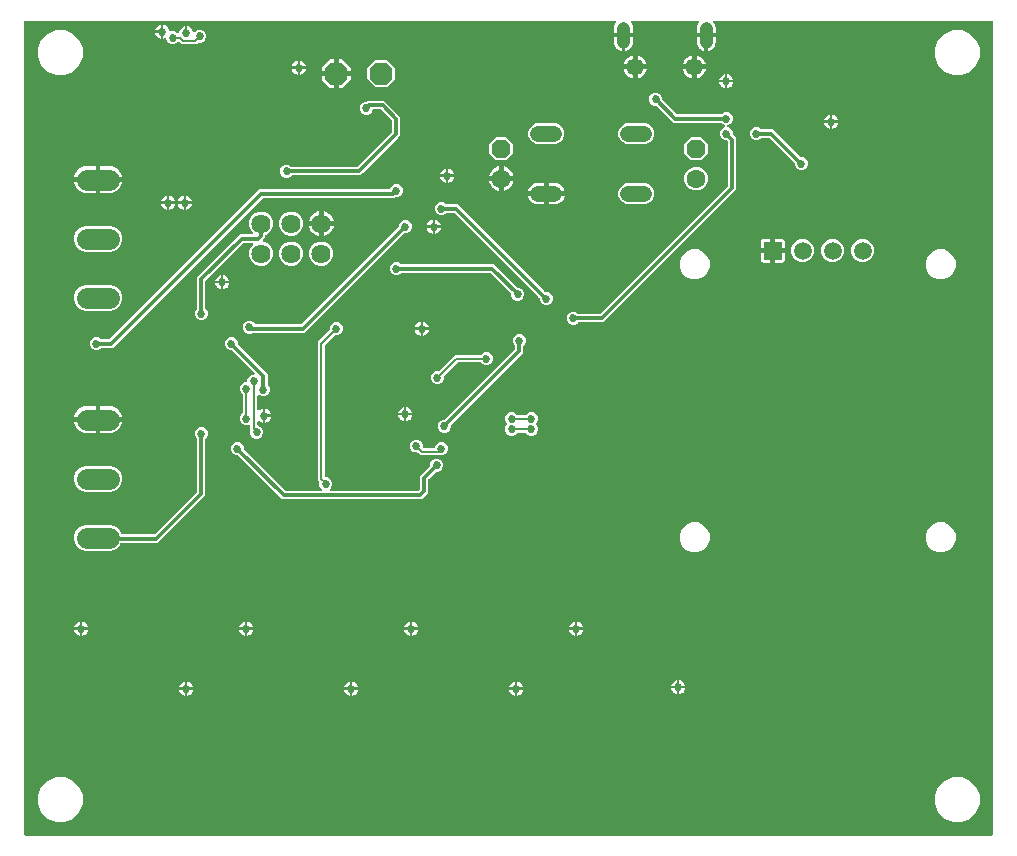
<source format=gbl>
G04 EAGLE Gerber RS-274X export*
G75*
%MOMM*%
%FSLAX34Y34*%
%LPD*%
%INBottom Copper*%
%IPPOS*%
%AMOC8*
5,1,8,0,0,1.08239X$1,22.5*%
G01*
%ADD10P,1.732040X8X112.500000*%
%ADD11C,1.600200*%
%ADD12C,1.320800*%
%ADD13C,1.625600*%
%ADD14C,1.450000*%
%ADD15C,1.108000*%
%ADD16P,2.089446X8X22.500000*%
%ADD17C,1.800000*%
%ADD18R,1.508000X1.508000*%
%ADD19C,1.508000*%
%ADD20C,0.685800*%
%ADD21C,0.203200*%
%ADD22C,0.304800*%

G36*
X821802Y2549D02*
X821802Y2549D01*
X821860Y2547D01*
X821942Y2569D01*
X822026Y2581D01*
X822079Y2604D01*
X822135Y2619D01*
X822208Y2662D01*
X822285Y2697D01*
X822330Y2735D01*
X822380Y2764D01*
X822438Y2826D01*
X822502Y2880D01*
X822534Y2929D01*
X822574Y2972D01*
X822613Y3047D01*
X822660Y3117D01*
X822677Y3173D01*
X822704Y3225D01*
X822715Y3293D01*
X822745Y3388D01*
X822748Y3488D01*
X822759Y3556D01*
X822759Y691644D01*
X822751Y691702D01*
X822753Y691760D01*
X822731Y691842D01*
X822719Y691926D01*
X822696Y691979D01*
X822681Y692035D01*
X822638Y692108D01*
X822603Y692185D01*
X822565Y692230D01*
X822536Y692280D01*
X822474Y692338D01*
X822420Y692402D01*
X822371Y692434D01*
X822328Y692474D01*
X822253Y692513D01*
X822183Y692560D01*
X822127Y692577D01*
X822075Y692604D01*
X822007Y692615D01*
X821912Y692645D01*
X821812Y692648D01*
X821744Y692659D01*
X586965Y692659D01*
X586894Y692649D01*
X586821Y692649D01*
X586753Y692629D01*
X586684Y692619D01*
X586618Y692590D01*
X586548Y692570D01*
X586489Y692532D01*
X586424Y692503D01*
X586369Y692456D01*
X586308Y692418D01*
X586261Y692365D01*
X586207Y692320D01*
X586167Y692259D01*
X586119Y692205D01*
X586089Y692142D01*
X586050Y692083D01*
X586028Y692014D01*
X585997Y691949D01*
X585985Y691879D01*
X585964Y691812D01*
X585962Y691740D01*
X585950Y691668D01*
X585958Y691598D01*
X585956Y691528D01*
X585975Y691458D01*
X585983Y691386D01*
X586008Y691331D01*
X586028Y691253D01*
X586090Y691149D01*
X586121Y691080D01*
X586991Y689778D01*
X587600Y688307D01*
X587911Y686746D01*
X587911Y681909D01*
X580314Y681909D01*
X580256Y681901D01*
X580198Y681903D01*
X580116Y681881D01*
X580033Y681869D01*
X579979Y681846D01*
X579923Y681831D01*
X579850Y681788D01*
X579831Y681779D01*
X579785Y681810D01*
X579729Y681827D01*
X579677Y681854D01*
X579609Y681865D01*
X579514Y681895D01*
X579414Y681898D01*
X579346Y681909D01*
X571749Y681909D01*
X571749Y686746D01*
X572060Y688307D01*
X572669Y689778D01*
X573539Y691080D01*
X573570Y691145D01*
X573610Y691205D01*
X573632Y691272D01*
X573662Y691336D01*
X573674Y691407D01*
X573696Y691476D01*
X573698Y691547D01*
X573710Y691616D01*
X573702Y691688D01*
X573704Y691760D01*
X573686Y691829D01*
X573678Y691899D01*
X573650Y691966D01*
X573632Y692035D01*
X573596Y692096D01*
X573569Y692161D01*
X573523Y692218D01*
X573486Y692280D01*
X573435Y692328D01*
X573391Y692383D01*
X573332Y692425D01*
X573279Y692474D01*
X573216Y692507D01*
X573159Y692547D01*
X573090Y692571D01*
X573026Y692604D01*
X572967Y692614D01*
X572890Y692640D01*
X572770Y692647D01*
X572695Y692659D01*
X516965Y692659D01*
X516894Y692649D01*
X516821Y692649D01*
X516753Y692629D01*
X516684Y692619D01*
X516618Y692590D01*
X516548Y692570D01*
X516489Y692532D01*
X516424Y692503D01*
X516369Y692456D01*
X516308Y692418D01*
X516261Y692365D01*
X516207Y692320D01*
X516167Y692259D01*
X516119Y692205D01*
X516089Y692142D01*
X516050Y692083D01*
X516028Y692014D01*
X515997Y691949D01*
X515985Y691879D01*
X515964Y691812D01*
X515962Y691740D01*
X515950Y691668D01*
X515958Y691598D01*
X515956Y691528D01*
X515975Y691458D01*
X515983Y691386D01*
X516008Y691331D01*
X516028Y691253D01*
X516090Y691149D01*
X516121Y691080D01*
X516991Y689778D01*
X517600Y688307D01*
X517911Y686746D01*
X517911Y681909D01*
X510314Y681909D01*
X510256Y681901D01*
X510198Y681903D01*
X510116Y681881D01*
X510033Y681869D01*
X509979Y681846D01*
X509923Y681831D01*
X509850Y681788D01*
X509831Y681779D01*
X509785Y681810D01*
X509729Y681827D01*
X509677Y681854D01*
X509609Y681865D01*
X509514Y681895D01*
X509414Y681898D01*
X509346Y681909D01*
X501749Y681909D01*
X501749Y686746D01*
X502060Y688307D01*
X502669Y689778D01*
X503539Y691080D01*
X503570Y691145D01*
X503610Y691205D01*
X503632Y691272D01*
X503662Y691336D01*
X503674Y691407D01*
X503696Y691476D01*
X503698Y691547D01*
X503710Y691616D01*
X503702Y691688D01*
X503704Y691760D01*
X503686Y691829D01*
X503678Y691899D01*
X503650Y691966D01*
X503632Y692035D01*
X503596Y692096D01*
X503569Y692161D01*
X503523Y692218D01*
X503486Y692280D01*
X503435Y692328D01*
X503391Y692383D01*
X503332Y692425D01*
X503279Y692474D01*
X503216Y692507D01*
X503159Y692547D01*
X503090Y692571D01*
X503026Y692604D01*
X502967Y692614D01*
X502890Y692640D01*
X502770Y692647D01*
X502695Y692659D01*
X3556Y692659D01*
X3498Y692651D01*
X3440Y692653D01*
X3358Y692631D01*
X3274Y692619D01*
X3221Y692596D01*
X3165Y692581D01*
X3092Y692538D01*
X3015Y692503D01*
X2970Y692465D01*
X2920Y692436D01*
X2862Y692374D01*
X2798Y692320D01*
X2766Y692271D01*
X2726Y692228D01*
X2687Y692153D01*
X2640Y692083D01*
X2623Y692027D01*
X2596Y691975D01*
X2585Y691907D01*
X2555Y691812D01*
X2552Y691712D01*
X2541Y691644D01*
X2541Y3556D01*
X2549Y3498D01*
X2547Y3440D01*
X2569Y3358D01*
X2581Y3274D01*
X2604Y3221D01*
X2619Y3165D01*
X2662Y3092D01*
X2697Y3015D01*
X2735Y2970D01*
X2764Y2920D01*
X2826Y2862D01*
X2880Y2798D01*
X2929Y2766D01*
X2972Y2726D01*
X3047Y2687D01*
X3117Y2640D01*
X3173Y2623D01*
X3225Y2596D01*
X3293Y2585D01*
X3388Y2555D01*
X3488Y2552D01*
X3556Y2541D01*
X821744Y2541D01*
X821802Y2549D01*
G37*
%LPC*%
G36*
X220777Y287273D02*
X220777Y287273D01*
X183609Y324441D01*
X183539Y324493D01*
X183475Y324553D01*
X183426Y324579D01*
X183382Y324612D01*
X183300Y324643D01*
X183222Y324683D01*
X183175Y324691D01*
X183116Y324713D01*
X182969Y324725D01*
X182891Y324738D01*
X181794Y324738D01*
X179786Y325570D01*
X178250Y327106D01*
X177418Y329114D01*
X177418Y331286D01*
X178250Y333294D01*
X179786Y334830D01*
X181794Y335662D01*
X183966Y335662D01*
X185974Y334830D01*
X187510Y333294D01*
X188342Y331286D01*
X188342Y330189D01*
X188354Y330102D01*
X188357Y330015D01*
X188374Y329962D01*
X188382Y329907D01*
X188417Y329827D01*
X188444Y329744D01*
X188472Y329705D01*
X188498Y329648D01*
X188594Y329535D01*
X188639Y329471D01*
X223426Y294684D01*
X223496Y294632D01*
X223560Y294572D01*
X223609Y294546D01*
X223653Y294513D01*
X223735Y294482D01*
X223813Y294442D01*
X223860Y294434D01*
X223919Y294412D01*
X224066Y294400D01*
X224144Y294387D01*
X253587Y294387D01*
X253616Y294391D01*
X253645Y294388D01*
X253757Y294411D01*
X253869Y294427D01*
X253895Y294439D01*
X253924Y294444D01*
X254025Y294497D01*
X254128Y294543D01*
X254150Y294562D01*
X254177Y294575D01*
X254259Y294653D01*
X254345Y294726D01*
X254361Y294751D01*
X254383Y294771D01*
X254440Y294869D01*
X254503Y294963D01*
X254512Y294991D01*
X254526Y295016D01*
X254554Y295126D01*
X254588Y295234D01*
X254589Y295264D01*
X254596Y295292D01*
X254593Y295405D01*
X254596Y295518D01*
X254588Y295547D01*
X254587Y295576D01*
X254553Y295684D01*
X254524Y295793D01*
X254509Y295819D01*
X254500Y295847D01*
X254454Y295911D01*
X254379Y296038D01*
X254333Y296081D01*
X254305Y296120D01*
X253180Y297245D01*
X252348Y299253D01*
X252348Y301499D01*
X252369Y301579D01*
X252369Y301581D01*
X252369Y301583D01*
X252365Y301724D01*
X252361Y301864D01*
X252360Y301865D01*
X252360Y301867D01*
X252317Y301999D01*
X252274Y302134D01*
X252273Y302136D01*
X252273Y302137D01*
X252264Y302149D01*
X252116Y302370D01*
X252092Y302390D01*
X252078Y302410D01*
X250951Y303537D01*
X250951Y420363D01*
X260941Y430352D01*
X260993Y430422D01*
X261053Y430486D01*
X261079Y430536D01*
X261112Y430580D01*
X261143Y430661D01*
X261183Y430739D01*
X261191Y430787D01*
X261213Y430845D01*
X261225Y430993D01*
X261238Y431070D01*
X261238Y432886D01*
X262070Y434894D01*
X263606Y436430D01*
X265614Y437262D01*
X267786Y437262D01*
X269794Y436430D01*
X271330Y434894D01*
X272162Y432886D01*
X272162Y430714D01*
X271330Y428706D01*
X269794Y427170D01*
X267786Y426338D01*
X265970Y426338D01*
X265884Y426326D01*
X265796Y426323D01*
X265744Y426306D01*
X265689Y426298D01*
X265609Y426263D01*
X265526Y426236D01*
X265487Y426208D01*
X265429Y426182D01*
X265316Y426086D01*
X265252Y426041D01*
X257346Y418135D01*
X257294Y418065D01*
X257234Y418001D01*
X257208Y417951D01*
X257175Y417907D01*
X257144Y417826D01*
X257104Y417748D01*
X257096Y417700D01*
X257074Y417642D01*
X257062Y417494D01*
X257049Y417417D01*
X257049Y306816D01*
X257057Y306758D01*
X257055Y306700D01*
X257077Y306618D01*
X257089Y306534D01*
X257112Y306481D01*
X257127Y306425D01*
X257170Y306352D01*
X257205Y306275D01*
X257243Y306230D01*
X257272Y306180D01*
X257334Y306122D01*
X257388Y306058D01*
X257437Y306026D01*
X257480Y305986D01*
X257555Y305947D01*
X257625Y305900D01*
X257681Y305883D01*
X257733Y305856D01*
X257801Y305845D01*
X257896Y305815D01*
X257996Y305812D01*
X258064Y305801D01*
X258896Y305801D01*
X260904Y304969D01*
X262440Y303433D01*
X263272Y301425D01*
X263272Y299253D01*
X262440Y297245D01*
X261315Y296120D01*
X261297Y296096D01*
X261275Y296077D01*
X261212Y295983D01*
X261144Y295893D01*
X261134Y295865D01*
X261117Y295841D01*
X261083Y295733D01*
X261043Y295627D01*
X261040Y295598D01*
X261032Y295570D01*
X261029Y295456D01*
X261019Y295344D01*
X261025Y295315D01*
X261024Y295286D01*
X261053Y295176D01*
X261075Y295065D01*
X261089Y295039D01*
X261096Y295011D01*
X261154Y294913D01*
X261206Y294813D01*
X261226Y294791D01*
X261241Y294766D01*
X261324Y294689D01*
X261402Y294607D01*
X261427Y294592D01*
X261449Y294572D01*
X261549Y294520D01*
X261647Y294463D01*
X261676Y294456D01*
X261702Y294442D01*
X261779Y294429D01*
X261923Y294393D01*
X261985Y294395D01*
X262033Y294387D01*
X335926Y294387D01*
X336013Y294399D01*
X336100Y294402D01*
X336153Y294419D01*
X336208Y294427D01*
X336287Y294462D01*
X336371Y294489D01*
X336410Y294517D01*
X336467Y294543D01*
X336580Y294639D01*
X336644Y294684D01*
X337141Y295181D01*
X337193Y295251D01*
X337253Y295315D01*
X337279Y295364D01*
X337312Y295408D01*
X337343Y295490D01*
X337383Y295568D01*
X337391Y295615D01*
X337413Y295674D01*
X337421Y295770D01*
X337424Y295780D01*
X337425Y295822D01*
X337438Y295899D01*
X337438Y306908D01*
X346031Y315501D01*
X346083Y315571D01*
X346143Y315635D01*
X346169Y315684D01*
X346202Y315728D01*
X346233Y315810D01*
X346273Y315888D01*
X346281Y315935D01*
X346303Y315994D01*
X346309Y316069D01*
X346314Y316085D01*
X346316Y316145D01*
X346328Y316219D01*
X346328Y317316D01*
X347160Y319324D01*
X348696Y320860D01*
X350704Y321692D01*
X352876Y321692D01*
X354884Y320860D01*
X356420Y319324D01*
X357252Y317316D01*
X357252Y315144D01*
X356420Y313136D01*
X354884Y311600D01*
X352876Y310768D01*
X351779Y310768D01*
X351692Y310756D01*
X351605Y310753D01*
X351552Y310736D01*
X351497Y310728D01*
X351417Y310693D01*
X351334Y310666D01*
X351295Y310638D01*
X351238Y310612D01*
X351125Y310516D01*
X351061Y310471D01*
X344849Y304259D01*
X344797Y304189D01*
X344737Y304125D01*
X344711Y304076D01*
X344678Y304032D01*
X344647Y303950D01*
X344607Y303872D01*
X344599Y303825D01*
X344577Y303766D01*
X344565Y303619D01*
X344552Y303541D01*
X344552Y292532D01*
X342171Y290151D01*
X339293Y287273D01*
X220777Y287273D01*
G37*
%LPD*%
%LPC*%
G36*
X466274Y435228D02*
X466274Y435228D01*
X464266Y436060D01*
X462730Y437596D01*
X461898Y439604D01*
X461898Y441776D01*
X462730Y443784D01*
X464266Y445320D01*
X466274Y446152D01*
X468446Y446152D01*
X470454Y445320D01*
X471230Y444544D01*
X471300Y444492D01*
X471364Y444432D01*
X471413Y444406D01*
X471457Y444373D01*
X471539Y444342D01*
X471617Y444302D01*
X471664Y444294D01*
X471723Y444272D01*
X471871Y444260D01*
X471948Y444247D01*
X489596Y444247D01*
X489683Y444259D01*
X489770Y444262D01*
X489823Y444279D01*
X489878Y444287D01*
X489958Y444322D01*
X490041Y444349D01*
X490080Y444377D01*
X490137Y444403D01*
X490250Y444499D01*
X490314Y444544D01*
X598126Y552356D01*
X598178Y552426D01*
X598238Y552490D01*
X598264Y552539D01*
X598297Y552583D01*
X598328Y552665D01*
X598368Y552743D01*
X598376Y552790D01*
X598398Y552849D01*
X598410Y552996D01*
X598423Y553074D01*
X598423Y589926D01*
X598411Y590013D01*
X598408Y590100D01*
X598391Y590153D01*
X598383Y590208D01*
X598348Y590288D01*
X598321Y590371D01*
X598293Y590410D01*
X598267Y590467D01*
X598171Y590580D01*
X598126Y590644D01*
X597629Y591141D01*
X597559Y591193D01*
X597495Y591253D01*
X597446Y591279D01*
X597402Y591312D01*
X597320Y591343D01*
X597242Y591383D01*
X597195Y591391D01*
X597136Y591413D01*
X596989Y591425D01*
X596911Y591438D01*
X595814Y591438D01*
X593806Y592270D01*
X592270Y593806D01*
X591438Y595814D01*
X591438Y597986D01*
X592270Y599994D01*
X593806Y601530D01*
X595694Y602312D01*
X595719Y602327D01*
X595747Y602336D01*
X595841Y602399D01*
X595938Y602457D01*
X595959Y602478D01*
X595983Y602494D01*
X596056Y602581D01*
X596134Y602663D01*
X596147Y602689D01*
X596166Y602712D01*
X596212Y602815D01*
X596264Y602916D01*
X596269Y602945D01*
X596281Y602972D01*
X596297Y603084D01*
X596319Y603195D01*
X596316Y603224D01*
X596320Y603253D01*
X596304Y603365D01*
X596294Y603478D01*
X596284Y603505D01*
X596280Y603535D01*
X596233Y603638D01*
X596192Y603743D01*
X596175Y603767D01*
X596163Y603794D01*
X596089Y603880D01*
X596021Y603970D01*
X595997Y603988D01*
X595978Y604010D01*
X595912Y604052D01*
X595793Y604140D01*
X595734Y604162D01*
X595694Y604188D01*
X593806Y604970D01*
X593030Y605746D01*
X592960Y605798D01*
X592896Y605858D01*
X592847Y605884D01*
X592803Y605917D01*
X592721Y605948D01*
X592643Y605988D01*
X592596Y605996D01*
X592537Y606018D01*
X592389Y606030D01*
X592312Y606043D01*
X552247Y606043D01*
X537939Y620351D01*
X537869Y620403D01*
X537805Y620463D01*
X537756Y620489D01*
X537712Y620522D01*
X537630Y620553D01*
X537552Y620593D01*
X537505Y620601D01*
X537446Y620623D01*
X537299Y620635D01*
X537221Y620648D01*
X536124Y620648D01*
X534116Y621480D01*
X532580Y623016D01*
X531748Y625024D01*
X531748Y627196D01*
X532580Y629204D01*
X534116Y630740D01*
X536124Y631572D01*
X538296Y631572D01*
X540304Y630740D01*
X541840Y629204D01*
X542672Y627196D01*
X542672Y626099D01*
X542684Y626012D01*
X542687Y625925D01*
X542704Y625872D01*
X542712Y625817D01*
X542747Y625737D01*
X542774Y625654D01*
X542802Y625615D01*
X542828Y625558D01*
X542924Y625445D01*
X542969Y625381D01*
X554896Y613454D01*
X554966Y613402D01*
X555030Y613342D01*
X555079Y613316D01*
X555123Y613283D01*
X555205Y613252D01*
X555283Y613212D01*
X555330Y613204D01*
X555389Y613182D01*
X555536Y613170D01*
X555614Y613157D01*
X592312Y613157D01*
X592399Y613169D01*
X592486Y613172D01*
X592539Y613189D01*
X592594Y613197D01*
X592673Y613232D01*
X592757Y613259D01*
X592796Y613287D01*
X592853Y613313D01*
X592966Y613409D01*
X593030Y613454D01*
X593806Y614230D01*
X595814Y615062D01*
X597986Y615062D01*
X599994Y614230D01*
X601530Y612694D01*
X602362Y610686D01*
X602362Y608514D01*
X601530Y606506D01*
X599994Y604970D01*
X598106Y604188D01*
X598081Y604173D01*
X598053Y604164D01*
X597959Y604101D01*
X597862Y604043D01*
X597841Y604022D01*
X597817Y604006D01*
X597744Y603919D01*
X597666Y603837D01*
X597653Y603811D01*
X597634Y603788D01*
X597588Y603685D01*
X597536Y603584D01*
X597530Y603555D01*
X597519Y603528D01*
X597503Y603416D01*
X597481Y603305D01*
X597484Y603276D01*
X597480Y603247D01*
X597496Y603135D01*
X597506Y603022D01*
X597516Y602995D01*
X597520Y602966D01*
X597567Y602862D01*
X597608Y602757D01*
X597625Y602733D01*
X597637Y602706D01*
X597711Y602620D01*
X597779Y602530D01*
X597803Y602512D01*
X597822Y602490D01*
X597888Y602448D01*
X598007Y602360D01*
X598065Y602338D01*
X598106Y602312D01*
X599994Y601530D01*
X601530Y599994D01*
X602362Y597986D01*
X602362Y596889D01*
X602374Y596802D01*
X602377Y596715D01*
X602394Y596662D01*
X602402Y596607D01*
X602437Y596527D01*
X602464Y596444D01*
X602492Y596405D01*
X602518Y596348D01*
X602614Y596235D01*
X602659Y596171D01*
X605537Y593293D01*
X605537Y549707D01*
X492963Y437133D01*
X471948Y437133D01*
X471861Y437121D01*
X471774Y437118D01*
X471721Y437101D01*
X471666Y437093D01*
X471587Y437058D01*
X471503Y437031D01*
X471464Y437003D01*
X471407Y436977D01*
X471294Y436881D01*
X471230Y436836D01*
X470454Y436060D01*
X468446Y435228D01*
X466274Y435228D01*
G37*
%LPD*%
%LPC*%
G36*
X62414Y413638D02*
X62414Y413638D01*
X60406Y414470D01*
X58870Y416006D01*
X58038Y418014D01*
X58038Y420186D01*
X58870Y422194D01*
X60406Y423730D01*
X62414Y424562D01*
X64586Y424562D01*
X66594Y423730D01*
X67370Y422954D01*
X67440Y422902D01*
X67504Y422842D01*
X67553Y422816D01*
X67597Y422783D01*
X67679Y422752D01*
X67757Y422712D01*
X67804Y422704D01*
X67863Y422682D01*
X68011Y422670D01*
X68088Y422657D01*
X74306Y422657D01*
X74393Y422669D01*
X74480Y422672D01*
X74533Y422689D01*
X74588Y422697D01*
X74668Y422732D01*
X74751Y422759D01*
X74790Y422787D01*
X74847Y422813D01*
X74960Y422909D01*
X75024Y422954D01*
X201727Y549657D01*
X311331Y549657D01*
X311333Y549657D01*
X311334Y549657D01*
X311474Y549677D01*
X311613Y549697D01*
X311614Y549697D01*
X311616Y549697D01*
X311741Y549754D01*
X311872Y549813D01*
X311873Y549814D01*
X311875Y549815D01*
X311982Y549906D01*
X312089Y549996D01*
X312090Y549998D01*
X312091Y549999D01*
X312099Y550012D01*
X312247Y550233D01*
X312256Y550262D01*
X312269Y550283D01*
X312870Y551734D01*
X314406Y553270D01*
X316414Y554102D01*
X318586Y554102D01*
X320594Y553270D01*
X322130Y551734D01*
X322962Y549726D01*
X322962Y547554D01*
X322130Y545546D01*
X320594Y544010D01*
X318586Y543178D01*
X317489Y543178D01*
X317402Y543166D01*
X317315Y543163D01*
X317262Y543146D01*
X317207Y543138D01*
X317127Y543103D01*
X317044Y543076D01*
X317005Y543048D01*
X316948Y543022D01*
X316835Y542926D01*
X316771Y542881D01*
X316433Y542543D01*
X205094Y542543D01*
X205007Y542531D01*
X204920Y542528D01*
X204867Y542511D01*
X204812Y542503D01*
X204732Y542468D01*
X204649Y542441D01*
X204610Y542413D01*
X204553Y542387D01*
X204440Y542291D01*
X204376Y542246D01*
X77673Y415543D01*
X68088Y415543D01*
X68001Y415531D01*
X67914Y415528D01*
X67861Y415511D01*
X67806Y415503D01*
X67727Y415468D01*
X67643Y415441D01*
X67604Y415413D01*
X67547Y415387D01*
X67434Y415291D01*
X67370Y415246D01*
X66594Y414470D01*
X64586Y413638D01*
X62414Y413638D01*
G37*
%LPD*%
%LPC*%
G36*
X53805Y243767D02*
X53805Y243767D01*
X49750Y245447D01*
X46647Y248550D01*
X44967Y252605D01*
X44967Y256995D01*
X46647Y261050D01*
X49750Y264153D01*
X53805Y265833D01*
X76195Y265833D01*
X80250Y264153D01*
X83353Y261050D01*
X84540Y258183D01*
X84541Y258182D01*
X84541Y258181D01*
X84612Y258062D01*
X84685Y257939D01*
X84686Y257938D01*
X84687Y257936D01*
X84791Y257839D01*
X84891Y257743D01*
X84893Y257743D01*
X84894Y257742D01*
X85020Y257677D01*
X85144Y257613D01*
X85146Y257613D01*
X85147Y257612D01*
X85162Y257610D01*
X85423Y257558D01*
X85454Y257561D01*
X85478Y257557D01*
X112406Y257557D01*
X112493Y257569D01*
X112580Y257572D01*
X112633Y257589D01*
X112688Y257597D01*
X112768Y257632D01*
X112851Y257659D01*
X112890Y257687D01*
X112947Y257713D01*
X113060Y257809D01*
X113124Y257854D01*
X148546Y293276D01*
X148598Y293346D01*
X148658Y293410D01*
X148684Y293459D01*
X148717Y293503D01*
X148748Y293585D01*
X148788Y293663D01*
X148796Y293710D01*
X148818Y293769D01*
X148830Y293916D01*
X148843Y293994D01*
X148843Y338312D01*
X148831Y338399D01*
X148828Y338486D01*
X148811Y338539D01*
X148803Y338594D01*
X148768Y338673D01*
X148741Y338757D01*
X148713Y338796D01*
X148687Y338853D01*
X148591Y338966D01*
X148546Y339030D01*
X147770Y339806D01*
X146938Y341814D01*
X146938Y343986D01*
X147770Y345994D01*
X149306Y347530D01*
X151314Y348362D01*
X153486Y348362D01*
X155494Y347530D01*
X157030Y345994D01*
X157862Y343986D01*
X157862Y341814D01*
X157030Y339806D01*
X156254Y339030D01*
X156202Y338960D01*
X156142Y338896D01*
X156116Y338847D01*
X156083Y338803D01*
X156052Y338721D01*
X156012Y338643D01*
X156004Y338596D01*
X155982Y338537D01*
X155970Y338389D01*
X155957Y338312D01*
X155957Y290627D01*
X115773Y250443D01*
X84815Y250443D01*
X84814Y250443D01*
X84812Y250443D01*
X84672Y250423D01*
X84534Y250403D01*
X84533Y250403D01*
X84531Y250403D01*
X84403Y250345D01*
X84275Y250287D01*
X84273Y250286D01*
X84272Y250285D01*
X84165Y250194D01*
X84058Y250104D01*
X84057Y250102D01*
X84055Y250101D01*
X84047Y250088D01*
X83900Y249867D01*
X83891Y249838D01*
X83878Y249817D01*
X83353Y248550D01*
X80250Y245447D01*
X76195Y243767D01*
X53805Y243767D01*
G37*
%LPD*%
%LPC*%
G36*
X151314Y439038D02*
X151314Y439038D01*
X149306Y439870D01*
X147770Y441406D01*
X146938Y443414D01*
X146938Y445586D01*
X147770Y447594D01*
X148546Y448370D01*
X148598Y448440D01*
X148658Y448504D01*
X148684Y448553D01*
X148717Y448597D01*
X148748Y448679D01*
X148788Y448757D01*
X148796Y448804D01*
X148818Y448863D01*
X148830Y449011D01*
X148843Y449088D01*
X148843Y475183D01*
X185217Y511557D01*
X195523Y511557D01*
X195552Y511561D01*
X195581Y511558D01*
X195692Y511581D01*
X195804Y511597D01*
X195831Y511609D01*
X195860Y511614D01*
X195961Y511667D01*
X196064Y511713D01*
X196086Y511732D01*
X196112Y511745D01*
X196194Y511823D01*
X196281Y511896D01*
X196297Y511921D01*
X196318Y511941D01*
X196375Y512039D01*
X196438Y512133D01*
X196447Y512161D01*
X196462Y512186D01*
X196490Y512296D01*
X196524Y512404D01*
X196525Y512434D01*
X196532Y512462D01*
X196528Y512575D01*
X196531Y512688D01*
X196524Y512717D01*
X196523Y512746D01*
X196488Y512854D01*
X196460Y512963D01*
X196445Y512989D01*
X196436Y513017D01*
X196390Y513080D01*
X196314Y513208D01*
X196269Y513251D01*
X196241Y513290D01*
X194586Y514944D01*
X193039Y518679D01*
X193039Y522721D01*
X194586Y526456D01*
X197444Y529314D01*
X201179Y530861D01*
X205221Y530861D01*
X208956Y529314D01*
X211814Y526456D01*
X213361Y522721D01*
X213361Y518679D01*
X211814Y514944D01*
X208956Y512086D01*
X207383Y511435D01*
X207382Y511434D01*
X207381Y511434D01*
X207260Y511362D01*
X207139Y511290D01*
X207138Y511289D01*
X207136Y511288D01*
X207039Y511184D01*
X206943Y511084D01*
X206943Y511082D01*
X206942Y511081D01*
X206875Y510950D01*
X206813Y510831D01*
X206813Y510829D01*
X206812Y510828D01*
X206810Y510813D01*
X206758Y510552D01*
X206761Y510522D01*
X206757Y510497D01*
X206757Y509067D01*
X204832Y507142D01*
X204763Y507050D01*
X204689Y506962D01*
X204677Y506936D01*
X204661Y506914D01*
X204620Y506807D01*
X204573Y506702D01*
X204569Y506675D01*
X204559Y506649D01*
X204550Y506534D01*
X204534Y506420D01*
X204538Y506393D01*
X204536Y506365D01*
X204558Y506253D01*
X204575Y506139D01*
X204586Y506114D01*
X204592Y506087D01*
X204645Y505985D01*
X204692Y505880D01*
X204710Y505859D01*
X204723Y505834D01*
X204802Y505751D01*
X204876Y505664D01*
X204897Y505650D01*
X204918Y505628D01*
X205148Y505494D01*
X205161Y505486D01*
X208956Y503914D01*
X211814Y501056D01*
X213361Y497321D01*
X213361Y493279D01*
X211814Y489544D01*
X208956Y486686D01*
X205221Y485139D01*
X201179Y485139D01*
X197444Y486686D01*
X194586Y489544D01*
X193039Y493279D01*
X193039Y497321D01*
X194586Y501056D01*
X196241Y502710D01*
X196258Y502734D01*
X196281Y502753D01*
X196343Y502847D01*
X196412Y502937D01*
X196422Y502965D01*
X196438Y502989D01*
X196472Y503097D01*
X196513Y503203D01*
X196515Y503232D01*
X196524Y503260D01*
X196527Y503374D01*
X196536Y503486D01*
X196531Y503515D01*
X196531Y503544D01*
X196503Y503654D01*
X196480Y503765D01*
X196467Y503791D01*
X196460Y503819D01*
X196402Y503917D01*
X196349Y504017D01*
X196329Y504039D01*
X196314Y504064D01*
X196232Y504141D01*
X196154Y504223D01*
X196128Y504238D01*
X196107Y504258D01*
X196006Y504310D01*
X195908Y504367D01*
X195880Y504374D01*
X195854Y504388D01*
X195777Y504401D01*
X195633Y504437D01*
X195570Y504435D01*
X195523Y504443D01*
X188584Y504443D01*
X188497Y504431D01*
X188410Y504428D01*
X188357Y504411D01*
X188302Y504403D01*
X188222Y504368D01*
X188139Y504341D01*
X188100Y504313D01*
X188043Y504287D01*
X187930Y504191D01*
X187866Y504146D01*
X156254Y472534D01*
X156202Y472464D01*
X156142Y472400D01*
X156116Y472351D01*
X156083Y472307D01*
X156052Y472225D01*
X156012Y472147D01*
X156004Y472100D01*
X155982Y472041D01*
X155970Y471894D01*
X155957Y471816D01*
X155957Y449088D01*
X155969Y449001D01*
X155972Y448914D01*
X155989Y448861D01*
X155997Y448806D01*
X156032Y448727D01*
X156059Y448643D01*
X156087Y448604D01*
X156113Y448547D01*
X156209Y448434D01*
X156254Y448370D01*
X157030Y447594D01*
X157862Y445586D01*
X157862Y443414D01*
X157030Y441406D01*
X155494Y439870D01*
X153486Y439038D01*
X151314Y439038D01*
G37*
%LPD*%
%LPC*%
G36*
X191954Y427608D02*
X191954Y427608D01*
X189946Y428440D01*
X188410Y429976D01*
X187578Y431984D01*
X187578Y434156D01*
X188410Y436164D01*
X189946Y437700D01*
X191954Y438532D01*
X194126Y438532D01*
X196134Y437700D01*
X197670Y436164D01*
X197745Y435984D01*
X197746Y435982D01*
X197746Y435981D01*
X197816Y435863D01*
X197889Y435739D01*
X197891Y435738D01*
X197891Y435736D01*
X197994Y435640D01*
X198096Y435543D01*
X198098Y435543D01*
X198099Y435542D01*
X198220Y435479D01*
X198349Y435413D01*
X198350Y435413D01*
X198352Y435412D01*
X198366Y435410D01*
X198628Y435358D01*
X198658Y435361D01*
X198683Y435357D01*
X236866Y435357D01*
X236953Y435369D01*
X237040Y435372D01*
X237093Y435389D01*
X237148Y435397D01*
X237228Y435432D01*
X237311Y435459D01*
X237350Y435487D01*
X237407Y435513D01*
X237520Y435609D01*
X237584Y435654D01*
X319361Y517431D01*
X319413Y517501D01*
X319473Y517565D01*
X319499Y517614D01*
X319532Y517658D01*
X319563Y517740D01*
X319603Y517818D01*
X319611Y517865D01*
X319633Y517924D01*
X319645Y518071D01*
X319658Y518149D01*
X319658Y519246D01*
X320490Y521254D01*
X322026Y522790D01*
X324034Y523622D01*
X326206Y523622D01*
X328214Y522790D01*
X329750Y521254D01*
X330582Y519246D01*
X330582Y517074D01*
X329750Y515066D01*
X328214Y513530D01*
X326206Y512698D01*
X325109Y512698D01*
X325022Y512686D01*
X324935Y512683D01*
X324882Y512666D01*
X324827Y512658D01*
X324747Y512623D01*
X324664Y512596D01*
X324625Y512568D01*
X324568Y512542D01*
X324455Y512446D01*
X324391Y512401D01*
X240233Y428243D01*
X195861Y428243D01*
X195831Y428239D01*
X195800Y428241D01*
X195723Y428224D01*
X195580Y428203D01*
X195521Y428177D01*
X195473Y428166D01*
X194126Y427608D01*
X191954Y427608D01*
G37*
%LPD*%
%LPC*%
G36*
X223704Y559688D02*
X223704Y559688D01*
X221696Y560520D01*
X220160Y562056D01*
X219328Y564064D01*
X219328Y566236D01*
X220160Y568244D01*
X221696Y569780D01*
X223704Y570612D01*
X225876Y570612D01*
X227884Y569780D01*
X228660Y569004D01*
X228730Y568952D01*
X228794Y568892D01*
X228843Y568866D01*
X228887Y568833D01*
X228969Y568802D01*
X229047Y568762D01*
X229094Y568754D01*
X229153Y568732D01*
X229301Y568720D01*
X229378Y568707D01*
X283856Y568707D01*
X283943Y568719D01*
X284030Y568722D01*
X284083Y568739D01*
X284138Y568747D01*
X284218Y568782D01*
X284301Y568809D01*
X284340Y568837D01*
X284397Y568863D01*
X284510Y568959D01*
X284574Y569004D01*
X313646Y598076D01*
X313698Y598146D01*
X313758Y598210D01*
X313784Y598259D01*
X313817Y598303D01*
X313848Y598385D01*
X313888Y598463D01*
X313896Y598510D01*
X313918Y598569D01*
X313930Y598716D01*
X313943Y598794D01*
X313943Y607706D01*
X313931Y607793D01*
X313928Y607880D01*
X313911Y607933D01*
X313903Y607988D01*
X313868Y608068D01*
X313841Y608151D01*
X313813Y608190D01*
X313787Y608247D01*
X313691Y608360D01*
X313646Y608424D01*
X304894Y617176D01*
X304824Y617228D01*
X304760Y617288D01*
X304711Y617314D01*
X304667Y617347D01*
X304585Y617378D01*
X304507Y617418D01*
X304460Y617426D01*
X304401Y617448D01*
X304254Y617460D01*
X304176Y617473D01*
X298269Y617473D01*
X298267Y617473D01*
X298266Y617473D01*
X298126Y617453D01*
X297987Y617433D01*
X297986Y617433D01*
X297984Y617433D01*
X297859Y617376D01*
X297728Y617317D01*
X297727Y617316D01*
X297725Y617315D01*
X297618Y617224D01*
X297511Y617134D01*
X297510Y617132D01*
X297509Y617131D01*
X297501Y617118D01*
X297353Y616897D01*
X297344Y616868D01*
X297331Y616847D01*
X296730Y615396D01*
X295194Y613860D01*
X293186Y613028D01*
X291014Y613028D01*
X289006Y613860D01*
X287470Y615396D01*
X286638Y617404D01*
X286638Y619576D01*
X287470Y621584D01*
X289006Y623120D01*
X291014Y623952D01*
X292111Y623952D01*
X292198Y623964D01*
X292285Y623967D01*
X292338Y623984D01*
X292393Y623992D01*
X292473Y624027D01*
X292556Y624054D01*
X292595Y624082D01*
X292652Y624108D01*
X292765Y624204D01*
X292829Y624249D01*
X293167Y624587D01*
X307543Y624587D01*
X321057Y611073D01*
X321057Y595427D01*
X318676Y593046D01*
X289604Y563974D01*
X287223Y561593D01*
X229378Y561593D01*
X229291Y561581D01*
X229204Y561578D01*
X229151Y561561D01*
X229096Y561553D01*
X229017Y561518D01*
X228933Y561491D01*
X228894Y561463D01*
X228837Y561437D01*
X228724Y561341D01*
X228660Y561296D01*
X227884Y560520D01*
X225876Y559688D01*
X223704Y559688D01*
G37*
%LPD*%
%LPC*%
G36*
X198304Y338708D02*
X198304Y338708D01*
X196296Y339540D01*
X194760Y341076D01*
X193928Y343084D01*
X193928Y349589D01*
X193912Y349703D01*
X193902Y349817D01*
X193892Y349843D01*
X193888Y349870D01*
X193841Y349975D01*
X193800Y350082D01*
X193784Y350104D01*
X193772Y350130D01*
X193698Y350217D01*
X193629Y350309D01*
X193606Y350326D01*
X193589Y350347D01*
X193493Y350410D01*
X193401Y350479D01*
X193375Y350489D01*
X193352Y350504D01*
X193242Y350539D01*
X193135Y350580D01*
X193107Y350582D01*
X193081Y350590D01*
X192966Y350593D01*
X192852Y350602D01*
X192827Y350597D01*
X192797Y350597D01*
X192540Y350530D01*
X192524Y350527D01*
X191586Y350138D01*
X189414Y350138D01*
X187406Y350970D01*
X185870Y352506D01*
X185038Y354514D01*
X185038Y356686D01*
X185870Y358694D01*
X187154Y359978D01*
X187206Y360048D01*
X187266Y360112D01*
X187292Y360161D01*
X187325Y360205D01*
X187356Y360287D01*
X187396Y360365D01*
X187404Y360412D01*
X187426Y360471D01*
X187438Y360619D01*
X187451Y360696D01*
X187451Y375904D01*
X187439Y375991D01*
X187436Y376078D01*
X187419Y376131D01*
X187411Y376186D01*
X187376Y376265D01*
X187349Y376349D01*
X187321Y376388D01*
X187295Y376445D01*
X187199Y376558D01*
X187154Y376622D01*
X185870Y377906D01*
X185038Y379914D01*
X185038Y382086D01*
X185870Y384094D01*
X187406Y385630D01*
X189414Y386462D01*
X190309Y386462D01*
X190367Y386470D01*
X190426Y386468D01*
X190507Y386490D01*
X190591Y386502D01*
X190644Y386525D01*
X190701Y386540D01*
X190773Y386583D01*
X190850Y386618D01*
X190895Y386656D01*
X190945Y386685D01*
X191003Y386747D01*
X191067Y386801D01*
X191100Y386850D01*
X191140Y386893D01*
X191178Y386968D01*
X191225Y387038D01*
X191242Y387094D01*
X191269Y387146D01*
X191280Y387214D01*
X191310Y387309D01*
X191313Y387409D01*
X191324Y387477D01*
X191324Y388373D01*
X192156Y390380D01*
X193692Y391916D01*
X195700Y392748D01*
X196671Y392748D01*
X196700Y392752D01*
X196729Y392750D01*
X196840Y392772D01*
X196953Y392788D01*
X196979Y392800D01*
X197008Y392805D01*
X197109Y392858D01*
X197212Y392904D01*
X197234Y392923D01*
X197260Y392936D01*
X197342Y393014D01*
X197429Y393088D01*
X197445Y393112D01*
X197467Y393132D01*
X197524Y393230D01*
X197587Y393324D01*
X197595Y393352D01*
X197610Y393378D01*
X197638Y393487D01*
X197672Y393595D01*
X197673Y393625D01*
X197680Y393653D01*
X197677Y393766D01*
X197680Y393880D01*
X197672Y393908D01*
X197671Y393937D01*
X197636Y394045D01*
X197608Y394155D01*
X197593Y394180D01*
X197584Y394208D01*
X197538Y394272D01*
X197463Y394399D01*
X197417Y394442D01*
X197389Y394481D01*
X178529Y413341D01*
X178459Y413393D01*
X178395Y413453D01*
X178346Y413479D01*
X178302Y413512D01*
X178220Y413543D01*
X178142Y413583D01*
X178095Y413591D01*
X178036Y413613D01*
X177889Y413625D01*
X177811Y413638D01*
X176714Y413638D01*
X174706Y414470D01*
X173170Y416006D01*
X172338Y418014D01*
X172338Y420186D01*
X173170Y422194D01*
X174706Y423730D01*
X176714Y424562D01*
X178886Y424562D01*
X180894Y423730D01*
X182430Y422194D01*
X183262Y420186D01*
X183262Y419089D01*
X183274Y419002D01*
X183277Y418915D01*
X183294Y418862D01*
X183302Y418807D01*
X183337Y418727D01*
X183364Y418644D01*
X183392Y418605D01*
X183418Y418548D01*
X183514Y418435D01*
X183559Y418371D01*
X208527Y393403D01*
X208527Y384818D01*
X208539Y384731D01*
X208542Y384644D01*
X208559Y384591D01*
X208567Y384536D01*
X208602Y384457D01*
X208629Y384373D01*
X208657Y384334D01*
X208683Y384277D01*
X208779Y384164D01*
X208824Y384100D01*
X209600Y383324D01*
X210432Y381316D01*
X210432Y379144D01*
X209600Y377136D01*
X208064Y375600D01*
X206056Y374768D01*
X203884Y374768D01*
X201876Y375600D01*
X201759Y375717D01*
X201735Y375735D01*
X201716Y375757D01*
X201622Y375820D01*
X201532Y375888D01*
X201504Y375899D01*
X201480Y375915D01*
X201372Y375949D01*
X201266Y375989D01*
X201237Y375992D01*
X201209Y376001D01*
X201096Y376004D01*
X200983Y376013D01*
X200954Y376007D01*
X200925Y376008D01*
X200815Y375979D01*
X200704Y375957D01*
X200678Y375943D01*
X200650Y375936D01*
X200552Y375878D01*
X200452Y375826D01*
X200430Y375806D01*
X200405Y375791D01*
X200328Y375708D01*
X200246Y375630D01*
X200231Y375605D01*
X200211Y375584D01*
X200159Y375483D01*
X200102Y375385D01*
X200095Y375356D01*
X200081Y375330D01*
X200068Y375253D01*
X200032Y375109D01*
X200034Y375047D01*
X200026Y374999D01*
X200026Y363319D01*
X200030Y363290D01*
X200027Y363261D01*
X200050Y363150D01*
X200066Y363038D01*
X200078Y363011D01*
X200083Y362982D01*
X200135Y362882D01*
X200182Y362778D01*
X200201Y362756D01*
X200214Y362730D01*
X200292Y362648D01*
X200365Y362561D01*
X200390Y362545D01*
X200410Y362524D01*
X200508Y362467D01*
X200602Y362404D01*
X200630Y362395D01*
X200655Y362380D01*
X200765Y362352D01*
X200873Y362318D01*
X200902Y362317D01*
X200931Y362310D01*
X201044Y362314D01*
X201157Y362311D01*
X201186Y362318D01*
X201215Y362319D01*
X201323Y362354D01*
X201432Y362382D01*
X201458Y362397D01*
X201486Y362407D01*
X201549Y362452D01*
X201677Y362528D01*
X201720Y362573D01*
X201759Y362601D01*
X201935Y362777D01*
X202912Y363430D01*
X203999Y363880D01*
X204725Y364025D01*
X204725Y358140D01*
X204725Y352255D01*
X203999Y352400D01*
X202912Y352850D01*
X201935Y353503D01*
X201759Y353679D01*
X201735Y353696D01*
X201716Y353719D01*
X201622Y353782D01*
X201532Y353850D01*
X201504Y353860D01*
X201480Y353876D01*
X201372Y353911D01*
X201266Y353951D01*
X201237Y353953D01*
X201209Y353962D01*
X201096Y353965D01*
X200983Y353974D01*
X200954Y353969D01*
X200925Y353969D01*
X200815Y353941D01*
X200704Y353918D01*
X200678Y353905D01*
X200650Y353898D01*
X200553Y353840D01*
X200452Y353788D01*
X200430Y353767D01*
X200405Y353752D01*
X200328Y353670D01*
X200246Y353592D01*
X200231Y353566D01*
X200211Y353545D01*
X200159Y353444D01*
X200102Y353346D01*
X200095Y353318D01*
X200081Y353292D01*
X200068Y353215D01*
X200032Y353071D01*
X200034Y353008D01*
X200026Y352961D01*
X200026Y350497D01*
X200026Y350495D01*
X200026Y350494D01*
X200047Y350347D01*
X200066Y350215D01*
X200066Y350214D01*
X200066Y350212D01*
X200125Y350083D01*
X200182Y349956D01*
X200183Y349955D01*
X200184Y349953D01*
X200275Y349845D01*
X200365Y349739D01*
X200367Y349738D01*
X200368Y349737D01*
X200381Y349729D01*
X200602Y349581D01*
X200631Y349572D01*
X200652Y349559D01*
X202484Y348800D01*
X204020Y347264D01*
X204852Y345256D01*
X204852Y343084D01*
X204020Y341076D01*
X202484Y339540D01*
X200476Y338708D01*
X198304Y338708D01*
G37*
%LPD*%
%LPC*%
G36*
X788716Y646556D02*
X788716Y646556D01*
X781760Y649437D01*
X776437Y654760D01*
X773556Y661716D01*
X773556Y669244D01*
X776437Y676200D01*
X781760Y681523D01*
X788716Y684404D01*
X796244Y684404D01*
X803200Y681523D01*
X808523Y676200D01*
X811404Y669244D01*
X811404Y661716D01*
X808523Y654760D01*
X803200Y649437D01*
X796244Y646556D01*
X788716Y646556D01*
G37*
%LPD*%
%LPC*%
G36*
X29256Y646556D02*
X29256Y646556D01*
X22300Y649437D01*
X16977Y654760D01*
X14096Y661716D01*
X14096Y669244D01*
X16977Y676200D01*
X22300Y681523D01*
X29256Y684404D01*
X36784Y684404D01*
X43740Y681523D01*
X49063Y676200D01*
X51944Y669244D01*
X51944Y661716D01*
X49063Y654760D01*
X43740Y649437D01*
X36784Y646556D01*
X29256Y646556D01*
G37*
%LPD*%
%LPC*%
G36*
X29256Y14096D02*
X29256Y14096D01*
X22300Y16977D01*
X16977Y22300D01*
X14096Y29256D01*
X14096Y36784D01*
X16977Y43740D01*
X22300Y49063D01*
X29256Y51944D01*
X36784Y51944D01*
X43740Y49063D01*
X49063Y43740D01*
X51944Y36784D01*
X51944Y29256D01*
X49063Y22300D01*
X43740Y16977D01*
X36784Y14096D01*
X29256Y14096D01*
G37*
%LPD*%
%LPC*%
G36*
X788716Y14096D02*
X788716Y14096D01*
X781760Y16977D01*
X776437Y22300D01*
X773556Y29256D01*
X773556Y36784D01*
X776437Y43740D01*
X781760Y49063D01*
X788716Y51944D01*
X796244Y51944D01*
X803200Y49063D01*
X808523Y43740D01*
X811404Y36784D01*
X811404Y29256D01*
X808523Y22300D01*
X803200Y16977D01*
X796244Y14096D01*
X788716Y14096D01*
G37*
%LPD*%
%LPC*%
G36*
X443414Y451738D02*
X443414Y451738D01*
X441406Y452570D01*
X439870Y454106D01*
X439038Y456114D01*
X439038Y457211D01*
X439026Y457298D01*
X439023Y457385D01*
X439006Y457438D01*
X438998Y457493D01*
X438963Y457573D01*
X438936Y457656D01*
X438908Y457695D01*
X438882Y457752D01*
X438786Y457865D01*
X438741Y457929D01*
X367124Y529546D01*
X367054Y529598D01*
X366990Y529658D01*
X366941Y529684D01*
X366897Y529717D01*
X366815Y529748D01*
X366737Y529788D01*
X366690Y529796D01*
X366631Y529818D01*
X366484Y529830D01*
X366406Y529843D01*
X360188Y529843D01*
X360101Y529831D01*
X360014Y529828D01*
X359961Y529811D01*
X359906Y529803D01*
X359827Y529768D01*
X359743Y529741D01*
X359704Y529713D01*
X359647Y529687D01*
X359534Y529591D01*
X359470Y529546D01*
X358694Y528770D01*
X356686Y527938D01*
X354514Y527938D01*
X352506Y528770D01*
X350970Y530306D01*
X350138Y532314D01*
X350138Y534486D01*
X350970Y536494D01*
X352506Y538030D01*
X354514Y538862D01*
X356686Y538862D01*
X358694Y538030D01*
X359470Y537254D01*
X359540Y537202D01*
X359604Y537142D01*
X359653Y537116D01*
X359697Y537083D01*
X359779Y537052D01*
X359857Y537012D01*
X359904Y537004D01*
X359963Y536982D01*
X360111Y536970D01*
X360188Y536957D01*
X369773Y536957D01*
X443771Y462959D01*
X443841Y462907D01*
X443905Y462847D01*
X443954Y462821D01*
X443998Y462788D01*
X444080Y462757D01*
X444158Y462717D01*
X444205Y462709D01*
X444264Y462687D01*
X444411Y462675D01*
X444489Y462662D01*
X445586Y462662D01*
X447594Y461830D01*
X449130Y460294D01*
X449962Y458286D01*
X449962Y456114D01*
X449130Y454106D01*
X447594Y452570D01*
X445586Y451738D01*
X443414Y451738D01*
G37*
%LPD*%
%LPC*%
G36*
X419284Y455548D02*
X419284Y455548D01*
X417276Y456380D01*
X415740Y457916D01*
X414908Y459924D01*
X414908Y461021D01*
X414896Y461108D01*
X414893Y461195D01*
X414876Y461248D01*
X414868Y461303D01*
X414833Y461383D01*
X414806Y461466D01*
X414778Y461505D01*
X414752Y461562D01*
X414656Y461675D01*
X414611Y461739D01*
X397604Y478746D01*
X397534Y478798D01*
X397470Y478858D01*
X397421Y478884D01*
X397377Y478917D01*
X397295Y478948D01*
X397217Y478988D01*
X397170Y478996D01*
X397111Y479018D01*
X396964Y479030D01*
X396886Y479043D01*
X322088Y479043D01*
X322001Y479031D01*
X321914Y479028D01*
X321861Y479011D01*
X321806Y479003D01*
X321727Y478968D01*
X321643Y478941D01*
X321604Y478913D01*
X321547Y478887D01*
X321434Y478791D01*
X321370Y478746D01*
X320594Y477970D01*
X318586Y477138D01*
X316414Y477138D01*
X314406Y477970D01*
X312870Y479506D01*
X312038Y481514D01*
X312038Y483686D01*
X312870Y485694D01*
X314406Y487230D01*
X316414Y488062D01*
X318586Y488062D01*
X320594Y487230D01*
X321370Y486454D01*
X321440Y486402D01*
X321504Y486342D01*
X321553Y486316D01*
X321597Y486283D01*
X321679Y486252D01*
X321757Y486212D01*
X321804Y486204D01*
X321863Y486182D01*
X322011Y486170D01*
X322088Y486157D01*
X400253Y486157D01*
X419641Y466769D01*
X419711Y466717D01*
X419775Y466657D01*
X419824Y466631D01*
X419868Y466598D01*
X419950Y466567D01*
X420028Y466527D01*
X420075Y466519D01*
X420134Y466497D01*
X420281Y466485D01*
X420359Y466472D01*
X421456Y466472D01*
X423464Y465640D01*
X425000Y464104D01*
X425832Y462096D01*
X425832Y459924D01*
X425000Y457916D01*
X423464Y456380D01*
X421456Y455548D01*
X419284Y455548D01*
G37*
%LPD*%
%LPC*%
G36*
X357054Y343788D02*
X357054Y343788D01*
X355046Y344620D01*
X353510Y346156D01*
X352678Y348164D01*
X352678Y350336D01*
X353510Y352344D01*
X355046Y353880D01*
X357054Y354712D01*
X358151Y354712D01*
X358238Y354724D01*
X358325Y354727D01*
X358378Y354744D01*
X358433Y354752D01*
X358513Y354787D01*
X358596Y354814D01*
X358635Y354842D01*
X358692Y354868D01*
X358805Y354964D01*
X358869Y355009D01*
X417786Y413926D01*
X417838Y413996D01*
X417898Y414060D01*
X417924Y414109D01*
X417957Y414153D01*
X417988Y414235D01*
X418028Y414313D01*
X418036Y414360D01*
X418058Y414419D01*
X418070Y414566D01*
X418083Y414644D01*
X418083Y417052D01*
X418071Y417139D01*
X418068Y417226D01*
X418051Y417279D01*
X418043Y417334D01*
X418008Y417413D01*
X417981Y417497D01*
X417953Y417536D01*
X417927Y417593D01*
X417831Y417706D01*
X417786Y417770D01*
X417010Y418546D01*
X416178Y420554D01*
X416178Y422726D01*
X417010Y424734D01*
X418546Y426270D01*
X420554Y427102D01*
X422726Y427102D01*
X424734Y426270D01*
X426270Y424734D01*
X427102Y422726D01*
X427102Y420554D01*
X426270Y418546D01*
X425494Y417770D01*
X425442Y417700D01*
X425382Y417636D01*
X425356Y417587D01*
X425323Y417543D01*
X425292Y417461D01*
X425252Y417383D01*
X425244Y417336D01*
X425222Y417277D01*
X425210Y417129D01*
X425197Y417052D01*
X425197Y411277D01*
X363899Y349979D01*
X363847Y349909D01*
X363787Y349845D01*
X363761Y349796D01*
X363728Y349752D01*
X363697Y349670D01*
X363657Y349592D01*
X363649Y349545D01*
X363627Y349486D01*
X363615Y349339D01*
X363602Y349261D01*
X363602Y348164D01*
X362770Y346156D01*
X361234Y344620D01*
X359226Y343788D01*
X357054Y343788D01*
G37*
%LPD*%
%LPC*%
G36*
X53805Y496967D02*
X53805Y496967D01*
X49750Y498647D01*
X46647Y501750D01*
X44967Y505805D01*
X44967Y510195D01*
X46647Y514250D01*
X49750Y517353D01*
X53805Y519033D01*
X76195Y519033D01*
X80250Y517353D01*
X83353Y514250D01*
X85033Y510195D01*
X85033Y505805D01*
X83353Y501750D01*
X80250Y498647D01*
X76195Y496967D01*
X53805Y496967D01*
G37*
%LPD*%
%LPC*%
G36*
X53805Y293767D02*
X53805Y293767D01*
X49750Y295447D01*
X46647Y298550D01*
X44967Y302605D01*
X44967Y306995D01*
X46647Y311050D01*
X49750Y314153D01*
X53805Y315833D01*
X76195Y315833D01*
X80250Y314153D01*
X83353Y311050D01*
X85033Y306995D01*
X85033Y302605D01*
X83353Y298550D01*
X80250Y295447D01*
X76195Y293767D01*
X53805Y293767D01*
G37*
%LPD*%
%LPC*%
G36*
X53805Y446967D02*
X53805Y446967D01*
X49750Y448647D01*
X46647Y451750D01*
X44967Y455805D01*
X44967Y460195D01*
X46647Y464250D01*
X49750Y467353D01*
X53805Y469033D01*
X76195Y469033D01*
X80250Y467353D01*
X83353Y464250D01*
X85033Y460195D01*
X85033Y455805D01*
X83353Y451750D01*
X80250Y448647D01*
X76195Y446967D01*
X53805Y446967D01*
G37*
%LPD*%
%LPC*%
G36*
X776016Y473869D02*
X776016Y473869D01*
X771406Y475779D01*
X767879Y479306D01*
X765969Y483916D01*
X765969Y488904D01*
X767879Y493514D01*
X771406Y497041D01*
X776016Y498951D01*
X781004Y498951D01*
X785614Y497041D01*
X789141Y493514D01*
X791051Y488904D01*
X791051Y483916D01*
X789141Y479306D01*
X785614Y475779D01*
X781004Y473869D01*
X776016Y473869D01*
G37*
%LPD*%
%LPC*%
G36*
X567736Y473869D02*
X567736Y473869D01*
X563126Y475779D01*
X559599Y479306D01*
X557689Y483916D01*
X557689Y488904D01*
X559599Y493514D01*
X563126Y497041D01*
X567736Y498951D01*
X572724Y498951D01*
X577334Y497041D01*
X580861Y493514D01*
X582771Y488904D01*
X582771Y483916D01*
X580861Y479306D01*
X577334Y475779D01*
X572724Y473869D01*
X567736Y473869D01*
G37*
%LPD*%
%LPC*%
G36*
X776016Y242729D02*
X776016Y242729D01*
X771406Y244639D01*
X767879Y248166D01*
X765969Y252776D01*
X765969Y257764D01*
X767879Y262374D01*
X771406Y265901D01*
X776016Y267811D01*
X781004Y267811D01*
X785614Y265901D01*
X789141Y262374D01*
X791051Y257764D01*
X791051Y252776D01*
X789141Y248166D01*
X785614Y244639D01*
X781004Y242729D01*
X776016Y242729D01*
G37*
%LPD*%
%LPC*%
G36*
X567736Y242729D02*
X567736Y242729D01*
X563126Y244639D01*
X559599Y248166D01*
X557689Y252776D01*
X557689Y257764D01*
X559599Y262374D01*
X563126Y265901D01*
X567736Y267811D01*
X572724Y267811D01*
X577334Y265901D01*
X580861Y262374D01*
X582771Y257764D01*
X582771Y252776D01*
X580861Y248166D01*
X577334Y244639D01*
X572724Y242729D01*
X567736Y242729D01*
G37*
%LPD*%
%LPC*%
G36*
X512378Y588263D02*
X512378Y588263D01*
X509204Y589578D01*
X506774Y592008D01*
X505459Y595182D01*
X505459Y598618D01*
X506774Y601792D01*
X509204Y604222D01*
X512378Y605537D01*
X529022Y605537D01*
X532196Y604222D01*
X534626Y601792D01*
X535941Y598618D01*
X535941Y595182D01*
X534626Y592008D01*
X532196Y589578D01*
X529022Y588263D01*
X512378Y588263D01*
G37*
%LPD*%
%LPC*%
G36*
X512378Y537463D02*
X512378Y537463D01*
X509204Y538778D01*
X506774Y541208D01*
X505459Y544382D01*
X505459Y547818D01*
X506774Y550992D01*
X509204Y553422D01*
X512378Y554737D01*
X529022Y554737D01*
X532196Y553422D01*
X534626Y550992D01*
X535941Y547818D01*
X535941Y544382D01*
X534626Y541208D01*
X532196Y538778D01*
X529022Y537463D01*
X512378Y537463D01*
G37*
%LPD*%
%LPC*%
G36*
X436178Y588263D02*
X436178Y588263D01*
X433004Y589578D01*
X430574Y592008D01*
X429259Y595182D01*
X429259Y598618D01*
X430574Y601792D01*
X433004Y604222D01*
X436178Y605537D01*
X452822Y605537D01*
X455996Y604222D01*
X458426Y601792D01*
X459741Y598618D01*
X459741Y595182D01*
X458426Y592008D01*
X455996Y589578D01*
X452822Y588263D01*
X436178Y588263D01*
G37*
%LPD*%
%LPC*%
G36*
X659314Y566038D02*
X659314Y566038D01*
X657306Y566870D01*
X655770Y568406D01*
X654938Y570414D01*
X654938Y571511D01*
X654926Y571598D01*
X654923Y571685D01*
X654906Y571738D01*
X654898Y571793D01*
X654863Y571873D01*
X654836Y571956D01*
X654808Y571995D01*
X654782Y572052D01*
X654686Y572165D01*
X654641Y572229D01*
X633824Y593046D01*
X633754Y593098D01*
X633690Y593158D01*
X633641Y593184D01*
X633597Y593217D01*
X633515Y593248D01*
X633437Y593288D01*
X633390Y593296D01*
X633331Y593318D01*
X633184Y593330D01*
X633106Y593343D01*
X626888Y593343D01*
X626801Y593331D01*
X626714Y593328D01*
X626661Y593311D01*
X626606Y593303D01*
X626527Y593268D01*
X626443Y593241D01*
X626404Y593213D01*
X626347Y593187D01*
X626234Y593091D01*
X626170Y593046D01*
X625394Y592270D01*
X623386Y591438D01*
X621214Y591438D01*
X619206Y592270D01*
X617670Y593806D01*
X616838Y595814D01*
X616838Y597986D01*
X617670Y599994D01*
X619206Y601530D01*
X621214Y602362D01*
X623386Y602362D01*
X625394Y601530D01*
X626170Y600754D01*
X626240Y600702D01*
X626304Y600642D01*
X626353Y600616D01*
X626397Y600583D01*
X626479Y600552D01*
X626557Y600512D01*
X626604Y600504D01*
X626663Y600482D01*
X626811Y600470D01*
X626888Y600457D01*
X636473Y600457D01*
X659671Y577259D01*
X659741Y577207D01*
X659805Y577147D01*
X659854Y577121D01*
X659898Y577088D01*
X659980Y577057D01*
X660058Y577017D01*
X660105Y577009D01*
X660164Y576987D01*
X660311Y576975D01*
X660389Y576962D01*
X661486Y576962D01*
X663494Y576130D01*
X665030Y574594D01*
X665862Y572586D01*
X665862Y570414D01*
X665030Y568406D01*
X663494Y566870D01*
X661486Y566038D01*
X659314Y566038D01*
G37*
%LPD*%
%LPC*%
G36*
X414204Y341248D02*
X414204Y341248D01*
X412196Y342080D01*
X410660Y343616D01*
X409828Y345624D01*
X409828Y347796D01*
X410660Y349804D01*
X411293Y350437D01*
X411328Y350484D01*
X411371Y350524D01*
X411413Y350597D01*
X411464Y350664D01*
X411485Y350719D01*
X411514Y350769D01*
X411535Y350851D01*
X411565Y350930D01*
X411570Y350988D01*
X411584Y351045D01*
X411582Y351129D01*
X411589Y351213D01*
X411577Y351271D01*
X411575Y351329D01*
X411549Y351409D01*
X411533Y351492D01*
X411506Y351544D01*
X411488Y351600D01*
X411448Y351656D01*
X411402Y351744D01*
X411333Y351817D01*
X411293Y351873D01*
X410660Y352506D01*
X409828Y354514D01*
X409828Y356686D01*
X410660Y358694D01*
X412196Y360230D01*
X414204Y361062D01*
X416376Y361062D01*
X418384Y360230D01*
X419668Y358946D01*
X419738Y358894D01*
X419802Y358834D01*
X419851Y358808D01*
X419895Y358775D01*
X419977Y358744D01*
X420055Y358704D01*
X420102Y358696D01*
X420161Y358674D01*
X420309Y358662D01*
X420386Y358649D01*
X426704Y358649D01*
X426791Y358661D01*
X426878Y358664D01*
X426931Y358681D01*
X426986Y358689D01*
X427065Y358724D01*
X427149Y358751D01*
X427188Y358779D01*
X427245Y358805D01*
X427358Y358901D01*
X427422Y358946D01*
X428706Y360230D01*
X430714Y361062D01*
X432886Y361062D01*
X434894Y360230D01*
X436430Y358694D01*
X437262Y356686D01*
X437262Y354514D01*
X436430Y352506D01*
X435797Y351873D01*
X435762Y351826D01*
X435719Y351786D01*
X435677Y351713D01*
X435626Y351646D01*
X435605Y351591D01*
X435576Y351541D01*
X435555Y351459D01*
X435525Y351380D01*
X435520Y351322D01*
X435506Y351265D01*
X435508Y351181D01*
X435501Y351097D01*
X435513Y351039D01*
X435515Y350981D01*
X435541Y350901D01*
X435557Y350818D01*
X435584Y350766D01*
X435602Y350710D01*
X435642Y350654D01*
X435688Y350566D01*
X435757Y350493D01*
X435797Y350437D01*
X436430Y349804D01*
X437262Y347796D01*
X437262Y345624D01*
X436430Y343616D01*
X434894Y342080D01*
X432886Y341248D01*
X430714Y341248D01*
X428706Y342080D01*
X427422Y343364D01*
X427352Y343416D01*
X427288Y343476D01*
X427239Y343502D01*
X427195Y343535D01*
X427113Y343566D01*
X427035Y343606D01*
X426988Y343614D01*
X426929Y343636D01*
X426781Y343648D01*
X426704Y343661D01*
X420386Y343661D01*
X420299Y343649D01*
X420212Y343646D01*
X420159Y343629D01*
X420104Y343621D01*
X420025Y343586D01*
X419941Y343559D01*
X419902Y343531D01*
X419845Y343505D01*
X419732Y343409D01*
X419668Y343364D01*
X418384Y342080D01*
X416376Y341248D01*
X414204Y341248D01*
G37*
%LPD*%
%LPC*%
G36*
X299960Y636015D02*
X299960Y636015D01*
X293115Y642860D01*
X293115Y652540D01*
X299960Y659385D01*
X309640Y659385D01*
X316485Y652540D01*
X316485Y642860D01*
X309640Y636015D01*
X299960Y636015D01*
G37*
%LPD*%
%LPC*%
G36*
X351092Y384816D02*
X351092Y384816D01*
X349084Y385648D01*
X347548Y387184D01*
X346716Y389192D01*
X346716Y391364D01*
X347548Y393372D01*
X349084Y394908D01*
X351092Y395740D01*
X352908Y395740D01*
X352994Y395752D01*
X353082Y395755D01*
X353134Y395772D01*
X353189Y395780D01*
X353269Y395815D01*
X353352Y395842D01*
X353391Y395870D01*
X353449Y395896D01*
X353562Y395992D01*
X353626Y396037D01*
X367037Y409449D01*
X388604Y409449D01*
X388691Y409461D01*
X388778Y409464D01*
X388831Y409481D01*
X388886Y409489D01*
X388965Y409524D01*
X389049Y409551D01*
X389088Y409579D01*
X389145Y409605D01*
X389258Y409701D01*
X389322Y409746D01*
X390606Y411030D01*
X392614Y411862D01*
X394786Y411862D01*
X396794Y411030D01*
X398330Y409494D01*
X399162Y407486D01*
X399162Y405314D01*
X398330Y403306D01*
X396794Y401770D01*
X394786Y400938D01*
X392614Y400938D01*
X390606Y401770D01*
X389322Y403054D01*
X389252Y403106D01*
X389188Y403166D01*
X389139Y403192D01*
X389095Y403225D01*
X389013Y403256D01*
X388935Y403296D01*
X388888Y403304D01*
X388829Y403326D01*
X388681Y403338D01*
X388604Y403351D01*
X369983Y403351D01*
X369897Y403339D01*
X369809Y403336D01*
X369757Y403319D01*
X369702Y403311D01*
X369622Y403276D01*
X369539Y403249D01*
X369500Y403221D01*
X369442Y403195D01*
X369329Y403099D01*
X369265Y403054D01*
X357937Y391726D01*
X357885Y391656D01*
X357825Y391592D01*
X357799Y391542D01*
X357766Y391498D01*
X357735Y391417D01*
X357695Y391339D01*
X357687Y391291D01*
X357665Y391233D01*
X357653Y391085D01*
X357640Y391008D01*
X357640Y389192D01*
X356808Y387184D01*
X355272Y385648D01*
X353264Y384816D01*
X351092Y384816D01*
G37*
%LPD*%
%LPC*%
G36*
X135754Y672464D02*
X135754Y672464D01*
X133734Y674484D01*
X133688Y674519D01*
X133647Y674562D01*
X133574Y674605D01*
X133507Y674655D01*
X133452Y674676D01*
X133402Y674706D01*
X133320Y674726D01*
X133241Y674756D01*
X133183Y674761D01*
X133126Y674776D01*
X133042Y674773D01*
X132958Y674780D01*
X132901Y674769D01*
X132842Y674767D01*
X132762Y674741D01*
X132679Y674724D01*
X132627Y674697D01*
X132572Y674679D01*
X132515Y674639D01*
X132427Y674593D01*
X132355Y674524D01*
X132298Y674484D01*
X131364Y673550D01*
X129356Y672718D01*
X127184Y672718D01*
X125176Y673550D01*
X123640Y675086D01*
X122799Y677116D01*
X122769Y677166D01*
X122748Y677221D01*
X122698Y677288D01*
X122655Y677361D01*
X122612Y677401D01*
X122577Y677447D01*
X122509Y677498D01*
X122448Y677556D01*
X122396Y677583D01*
X122349Y677618D01*
X122270Y677647D01*
X122195Y677686D01*
X122138Y677697D01*
X122083Y677718D01*
X121999Y677725D01*
X121916Y677741D01*
X121858Y677736D01*
X121800Y677741D01*
X121732Y677725D01*
X121633Y677717D01*
X121540Y677681D01*
X121473Y677665D01*
X121121Y677520D01*
X120395Y677375D01*
X120395Y683260D01*
X120395Y689145D01*
X121121Y689000D01*
X122208Y688550D01*
X123186Y687897D01*
X124017Y687066D01*
X124670Y686088D01*
X125120Y685001D01*
X125286Y684169D01*
X125291Y684154D01*
X125292Y684139D01*
X125338Y684021D01*
X125380Y683901D01*
X125389Y683888D01*
X125394Y683874D01*
X125471Y683772D01*
X125544Y683669D01*
X125557Y683659D01*
X125566Y683647D01*
X125668Y683571D01*
X125767Y683492D01*
X125781Y683486D01*
X125794Y683477D01*
X125913Y683432D01*
X126030Y683384D01*
X126045Y683382D01*
X126060Y683376D01*
X126187Y683366D01*
X126312Y683352D01*
X126327Y683355D01*
X126343Y683354D01*
X126410Y683369D01*
X126592Y683401D01*
X126634Y683421D01*
X126670Y683429D01*
X127184Y683642D01*
X129356Y683642D01*
X131364Y682810D01*
X132033Y682141D01*
X132091Y682098D01*
X132142Y682047D01*
X132204Y682012D01*
X132260Y681970D01*
X132328Y681944D01*
X132391Y681910D01*
X132460Y681894D01*
X132526Y681869D01*
X132598Y681863D01*
X132668Y681847D01*
X132739Y681851D01*
X132809Y681845D01*
X132880Y681859D01*
X132952Y681864D01*
X133019Y681887D01*
X133088Y681901D01*
X133152Y681934D01*
X133220Y681958D01*
X133278Y682000D01*
X133340Y682032D01*
X133393Y682082D01*
X133451Y682124D01*
X133495Y682179D01*
X133546Y682228D01*
X133583Y682290D01*
X133628Y682347D01*
X133649Y682403D01*
X133690Y682473D01*
X133720Y682590D01*
X133747Y682661D01*
X133960Y683731D01*
X134410Y684818D01*
X135063Y685796D01*
X135894Y686627D01*
X136872Y687280D01*
X137959Y687730D01*
X138685Y687875D01*
X138685Y681990D01*
X138693Y681932D01*
X138691Y681874D01*
X138713Y681792D01*
X138724Y681709D01*
X138748Y681655D01*
X138763Y681599D01*
X138806Y681526D01*
X138841Y681449D01*
X138878Y681405D01*
X138908Y681355D01*
X138970Y681297D01*
X139024Y681232D01*
X139073Y681200D01*
X139116Y681160D01*
X139191Y681122D01*
X139261Y681075D01*
X139317Y681057D01*
X139369Y681031D01*
X139437Y681019D01*
X139532Y680989D01*
X139632Y680986D01*
X139700Y680975D01*
X139758Y680983D01*
X139816Y680982D01*
X139898Y681003D01*
X139982Y681015D01*
X140035Y681039D01*
X140092Y681054D01*
X140164Y681097D01*
X140241Y681131D01*
X140286Y681169D01*
X140336Y681199D01*
X140394Y681260D01*
X140458Y681315D01*
X140490Y681363D01*
X140530Y681406D01*
X140569Y681481D01*
X140616Y681551D01*
X140633Y681607D01*
X140660Y681659D01*
X140671Y681727D01*
X140701Y681822D01*
X140704Y681922D01*
X140715Y681990D01*
X140715Y687875D01*
X141441Y687730D01*
X142528Y687280D01*
X143506Y686627D01*
X144337Y685796D01*
X144990Y684818D01*
X145440Y683731D01*
X145443Y683720D01*
X145466Y683652D01*
X145481Y683581D01*
X145513Y683518D01*
X145537Y683452D01*
X145578Y683393D01*
X145612Y683329D01*
X145660Y683278D01*
X145701Y683220D01*
X145758Y683175D01*
X145807Y683123D01*
X145868Y683087D01*
X145924Y683043D01*
X145990Y683015D01*
X146053Y682979D01*
X146121Y682962D01*
X146186Y682935D01*
X146258Y682927D01*
X146328Y682909D01*
X146399Y682911D01*
X146469Y682903D01*
X146540Y682916D01*
X146612Y682918D01*
X146680Y682940D01*
X146749Y682952D01*
X146814Y682983D01*
X146883Y683005D01*
X146932Y683040D01*
X147005Y683076D01*
X147094Y683156D01*
X147156Y683200D01*
X148036Y684080D01*
X150044Y684912D01*
X152216Y684912D01*
X154224Y684080D01*
X155760Y682544D01*
X156592Y680536D01*
X156592Y678364D01*
X155760Y676356D01*
X154224Y674820D01*
X152216Y673988D01*
X150400Y673988D01*
X150314Y673976D01*
X150226Y673973D01*
X150174Y673956D01*
X150119Y673948D01*
X150039Y673913D01*
X149956Y673886D01*
X149917Y673858D01*
X149859Y673832D01*
X149746Y673736D01*
X149682Y673691D01*
X148456Y672464D01*
X135754Y672464D01*
G37*
%LPD*%
%LPC*%
G36*
X567344Y574166D02*
X567344Y574166D01*
X561466Y580044D01*
X561466Y588356D01*
X567344Y594234D01*
X575656Y594234D01*
X581534Y588356D01*
X581534Y580044D01*
X575656Y574166D01*
X567344Y574166D01*
G37*
%LPD*%
%LPC*%
G36*
X402244Y574166D02*
X402244Y574166D01*
X396366Y580044D01*
X396366Y588356D01*
X402244Y594234D01*
X410556Y594234D01*
X416434Y588356D01*
X416434Y580044D01*
X410556Y574166D01*
X402244Y574166D01*
G37*
%LPD*%
%LPC*%
G36*
X226579Y485139D02*
X226579Y485139D01*
X222844Y486686D01*
X219986Y489544D01*
X218439Y493279D01*
X218439Y497321D01*
X219986Y501056D01*
X222844Y503914D01*
X226579Y505461D01*
X230621Y505461D01*
X234356Y503914D01*
X237214Y501056D01*
X238761Y497321D01*
X238761Y493279D01*
X237214Y489544D01*
X234356Y486686D01*
X230621Y485139D01*
X226579Y485139D01*
G37*
%LPD*%
%LPC*%
G36*
X226579Y510539D02*
X226579Y510539D01*
X222844Y512086D01*
X219986Y514944D01*
X218439Y518679D01*
X218439Y522721D01*
X219986Y526456D01*
X222844Y529314D01*
X226579Y530861D01*
X230621Y530861D01*
X234356Y529314D01*
X237214Y526456D01*
X238761Y522721D01*
X238761Y518679D01*
X237214Y514944D01*
X234356Y512086D01*
X230621Y510539D01*
X226579Y510539D01*
G37*
%LPD*%
%LPC*%
G36*
X251979Y485139D02*
X251979Y485139D01*
X248244Y486686D01*
X245386Y489544D01*
X243839Y493279D01*
X243839Y497321D01*
X245386Y501056D01*
X248244Y503914D01*
X251979Y505461D01*
X256021Y505461D01*
X259756Y503914D01*
X262614Y501056D01*
X264161Y497321D01*
X264161Y493279D01*
X262614Y489544D01*
X259756Y486686D01*
X256021Y485139D01*
X251979Y485139D01*
G37*
%LPD*%
%LPC*%
G36*
X569504Y548766D02*
X569504Y548766D01*
X565816Y550294D01*
X562994Y553116D01*
X561466Y556804D01*
X561466Y560796D01*
X562994Y564484D01*
X565816Y567306D01*
X569504Y568834D01*
X573496Y568834D01*
X577184Y567306D01*
X580006Y564484D01*
X581534Y560796D01*
X581534Y556804D01*
X580006Y553116D01*
X577184Y550294D01*
X573496Y548766D01*
X569504Y548766D01*
G37*
%LPD*%
%LPC*%
G36*
X710566Y488267D02*
X710566Y488267D01*
X707047Y489725D01*
X704355Y492417D01*
X702897Y495936D01*
X702897Y499744D01*
X704355Y503263D01*
X707047Y505955D01*
X710566Y507413D01*
X714374Y507413D01*
X717893Y505955D01*
X720585Y503263D01*
X722043Y499744D01*
X722043Y495936D01*
X720585Y492417D01*
X717893Y489725D01*
X714374Y488267D01*
X710566Y488267D01*
G37*
%LPD*%
%LPC*%
G36*
X659766Y488267D02*
X659766Y488267D01*
X656247Y489725D01*
X653555Y492417D01*
X652097Y495936D01*
X652097Y499744D01*
X653555Y503263D01*
X656247Y505955D01*
X659766Y507413D01*
X663574Y507413D01*
X667093Y505955D01*
X669785Y503263D01*
X671243Y499744D01*
X671243Y495936D01*
X669785Y492417D01*
X667093Y489725D01*
X663574Y488267D01*
X659766Y488267D01*
G37*
%LPD*%
%LPC*%
G36*
X685166Y488267D02*
X685166Y488267D01*
X681647Y489725D01*
X678955Y492417D01*
X677497Y495936D01*
X677497Y499744D01*
X678955Y503263D01*
X681647Y505955D01*
X685166Y507413D01*
X688974Y507413D01*
X692493Y505955D01*
X695185Y503263D01*
X696643Y499744D01*
X696643Y495936D01*
X695185Y492417D01*
X692493Y489725D01*
X688974Y488267D01*
X685166Y488267D01*
G37*
%LPD*%
%LPC*%
G36*
X338097Y324611D02*
X338097Y324611D01*
X336093Y326616D01*
X336023Y326668D01*
X335959Y326728D01*
X335910Y326753D01*
X335865Y326787D01*
X335784Y326818D01*
X335706Y326858D01*
X335658Y326866D01*
X335600Y326888D01*
X335452Y326900D01*
X335375Y326913D01*
X333559Y326913D01*
X331551Y327745D01*
X330015Y329281D01*
X329183Y331288D01*
X329183Y333461D01*
X330015Y335469D01*
X331551Y337005D01*
X333559Y337837D01*
X335731Y337837D01*
X337739Y337005D01*
X339275Y335469D01*
X340107Y333461D01*
X340107Y331724D01*
X340115Y331666D01*
X340113Y331608D01*
X340135Y331526D01*
X340147Y331442D01*
X340170Y331389D01*
X340185Y331333D01*
X340228Y331260D01*
X340263Y331183D01*
X340301Y331138D01*
X340330Y331088D01*
X340392Y331030D01*
X340446Y330966D01*
X340495Y330934D01*
X340538Y330894D01*
X340613Y330855D01*
X340683Y330808D01*
X340739Y330791D01*
X340791Y330764D01*
X340859Y330753D01*
X340954Y330723D01*
X341054Y330720D01*
X341122Y330709D01*
X349221Y330709D01*
X349222Y330709D01*
X349224Y330709D01*
X349364Y330729D01*
X349502Y330749D01*
X349504Y330749D01*
X349505Y330749D01*
X349631Y330806D01*
X349762Y330865D01*
X349763Y330866D01*
X349764Y330867D01*
X349871Y330958D01*
X349979Y331048D01*
X349979Y331050D01*
X349981Y331051D01*
X349989Y331064D01*
X350136Y331285D01*
X350145Y331314D01*
X350159Y331335D01*
X350970Y333294D01*
X352506Y334830D01*
X354514Y335662D01*
X356686Y335662D01*
X358694Y334830D01*
X360230Y333294D01*
X361062Y331286D01*
X361062Y329114D01*
X360230Y327106D01*
X358694Y325570D01*
X356686Y324738D01*
X354870Y324738D01*
X354784Y324726D01*
X354696Y324723D01*
X354644Y324706D01*
X354589Y324698D01*
X354509Y324663D01*
X354426Y324636D01*
X354391Y324611D01*
X338097Y324611D01*
G37*
%LPD*%
%LPC*%
G36*
X67031Y356831D02*
X67031Y356831D01*
X67031Y366341D01*
X74908Y366341D01*
X76702Y366057D01*
X78430Y365495D01*
X80049Y364670D01*
X81518Y363603D01*
X82803Y362318D01*
X83870Y360849D01*
X84695Y359230D01*
X85257Y357502D01*
X85363Y356831D01*
X67031Y356831D01*
G37*
%LPD*%
%LPC*%
G36*
X67031Y560031D02*
X67031Y560031D01*
X67031Y569541D01*
X74908Y569541D01*
X76702Y569257D01*
X78430Y568695D01*
X80049Y567870D01*
X81518Y566803D01*
X82803Y565518D01*
X83870Y564049D01*
X84695Y562430D01*
X85257Y560702D01*
X85363Y560031D01*
X67031Y560031D01*
G37*
%LPD*%
%LPC*%
G36*
X44637Y356831D02*
X44637Y356831D01*
X44743Y357502D01*
X45305Y359230D01*
X46130Y360849D01*
X47197Y362318D01*
X48482Y363603D01*
X49951Y364670D01*
X51570Y365495D01*
X53298Y366057D01*
X55092Y366341D01*
X62969Y366341D01*
X62969Y356831D01*
X44637Y356831D01*
G37*
%LPD*%
%LPC*%
G36*
X44637Y560031D02*
X44637Y560031D01*
X44743Y560702D01*
X45305Y562430D01*
X46130Y564049D01*
X47197Y565518D01*
X48482Y566803D01*
X49951Y567870D01*
X51570Y568695D01*
X53298Y569257D01*
X55092Y569541D01*
X62969Y569541D01*
X62969Y560031D01*
X44637Y560031D01*
G37*
%LPD*%
%LPC*%
G36*
X67031Y343259D02*
X67031Y343259D01*
X67031Y352769D01*
X85363Y352769D01*
X85257Y352098D01*
X84695Y350370D01*
X83870Y348751D01*
X82803Y347282D01*
X81518Y345997D01*
X80049Y344930D01*
X78430Y344105D01*
X76702Y343543D01*
X74908Y343259D01*
X67031Y343259D01*
G37*
%LPD*%
%LPC*%
G36*
X67031Y546459D02*
X67031Y546459D01*
X67031Y555969D01*
X85363Y555969D01*
X85257Y555298D01*
X84695Y553570D01*
X83870Y551951D01*
X82803Y550482D01*
X81518Y549197D01*
X80049Y548130D01*
X78430Y547305D01*
X76702Y546743D01*
X74908Y546459D01*
X67031Y546459D01*
G37*
%LPD*%
%LPC*%
G36*
X55092Y343259D02*
X55092Y343259D01*
X53298Y343543D01*
X51570Y344105D01*
X49951Y344930D01*
X48482Y345997D01*
X47197Y347282D01*
X46130Y348751D01*
X45305Y350370D01*
X44743Y352098D01*
X44637Y352769D01*
X62969Y352769D01*
X62969Y343259D01*
X55092Y343259D01*
G37*
%LPD*%
%LPC*%
G36*
X55092Y546459D02*
X55092Y546459D01*
X53298Y546743D01*
X51570Y547305D01*
X49951Y548130D01*
X48482Y549197D01*
X47197Y550482D01*
X46130Y551951D01*
X45305Y553570D01*
X44743Y555298D01*
X44637Y555969D01*
X62969Y555969D01*
X62969Y546459D01*
X55092Y546459D01*
G37*
%LPD*%
%LPC*%
G36*
X446531Y548131D02*
X446531Y548131D01*
X446531Y555245D01*
X452005Y555245D01*
X453771Y554893D01*
X455436Y554204D01*
X456934Y553203D01*
X458207Y551930D01*
X459208Y550432D01*
X459897Y548767D01*
X460024Y548131D01*
X446531Y548131D01*
G37*
%LPD*%
%LPC*%
G36*
X428976Y548131D02*
X428976Y548131D01*
X429103Y548767D01*
X429792Y550432D01*
X430793Y551930D01*
X432066Y553203D01*
X433564Y554204D01*
X435229Y554893D01*
X436995Y555245D01*
X442469Y555245D01*
X442469Y548131D01*
X428976Y548131D01*
G37*
%LPD*%
%LPC*%
G36*
X446531Y536955D02*
X446531Y536955D01*
X446531Y544069D01*
X460024Y544069D01*
X459897Y543433D01*
X459208Y541768D01*
X458207Y540270D01*
X456934Y538997D01*
X455436Y537996D01*
X453771Y537307D01*
X452005Y536955D01*
X446531Y536955D01*
G37*
%LPD*%
%LPC*%
G36*
X436995Y536955D02*
X436995Y536955D01*
X435229Y537307D01*
X433564Y537996D01*
X432066Y538997D01*
X430793Y540270D01*
X429792Y541768D01*
X429103Y543433D01*
X428976Y544069D01*
X442469Y544069D01*
X442469Y536955D01*
X436995Y536955D01*
G37*
%LPD*%
%LPC*%
G36*
X268731Y649731D02*
X268731Y649731D01*
X268731Y659893D01*
X271750Y659893D01*
X278893Y652750D01*
X278893Y649731D01*
X268731Y649731D01*
G37*
%LPD*%
%LPC*%
G36*
X254507Y649731D02*
X254507Y649731D01*
X254507Y652750D01*
X261650Y659893D01*
X264669Y659893D01*
X264669Y649731D01*
X254507Y649731D01*
G37*
%LPD*%
%LPC*%
G36*
X268731Y635507D02*
X268731Y635507D01*
X268731Y645669D01*
X278893Y645669D01*
X278893Y642650D01*
X271750Y635507D01*
X268731Y635507D01*
G37*
%LPD*%
%LPC*%
G36*
X261650Y635507D02*
X261650Y635507D01*
X254507Y642650D01*
X254507Y645669D01*
X264669Y645669D01*
X264669Y635507D01*
X261650Y635507D01*
G37*
%LPD*%
%LPC*%
G36*
X511329Y678911D02*
X511329Y678911D01*
X517911Y678911D01*
X517911Y674074D01*
X517600Y672513D01*
X516991Y671042D01*
X516107Y669719D01*
X514981Y668593D01*
X513658Y667709D01*
X512187Y667100D01*
X511329Y666929D01*
X511329Y678911D01*
G37*
%LPD*%
%LPC*%
G36*
X581329Y678911D02*
X581329Y678911D01*
X587911Y678911D01*
X587911Y674074D01*
X587600Y672513D01*
X586991Y671042D01*
X586107Y669719D01*
X584981Y668593D01*
X583658Y667709D01*
X582187Y667100D01*
X581329Y666929D01*
X581329Y678911D01*
G37*
%LPD*%
%LPC*%
G36*
X507473Y667100D02*
X507473Y667100D01*
X506002Y667709D01*
X504679Y668593D01*
X503553Y669719D01*
X502669Y671042D01*
X502060Y672513D01*
X501749Y674074D01*
X501749Y678911D01*
X508331Y678911D01*
X508331Y666929D01*
X507473Y667100D01*
G37*
%LPD*%
%LPC*%
G36*
X577473Y667100D02*
X577473Y667100D01*
X576002Y667709D01*
X574679Y668593D01*
X573553Y669719D01*
X572669Y671042D01*
X572060Y672513D01*
X571749Y674074D01*
X571749Y678911D01*
X578331Y678911D01*
X578331Y666929D01*
X577473Y667100D01*
G37*
%LPD*%
%LPC*%
G36*
X638301Y499871D02*
X638301Y499871D01*
X638301Y507921D01*
X644144Y507921D01*
X644791Y507748D01*
X645370Y507413D01*
X645843Y506940D01*
X646178Y506361D01*
X646351Y505714D01*
X646351Y499871D01*
X638301Y499871D01*
G37*
%LPD*%
%LPC*%
G36*
X626189Y499871D02*
X626189Y499871D01*
X626189Y505714D01*
X626362Y506361D01*
X626697Y506940D01*
X627170Y507413D01*
X627749Y507748D01*
X628396Y507921D01*
X634239Y507921D01*
X634239Y499871D01*
X626189Y499871D01*
G37*
%LPD*%
%LPC*%
G36*
X638301Y487759D02*
X638301Y487759D01*
X638301Y495809D01*
X646351Y495809D01*
X646351Y489966D01*
X646178Y489319D01*
X645843Y488740D01*
X645370Y488267D01*
X644791Y487932D01*
X644144Y487759D01*
X638301Y487759D01*
G37*
%LPD*%
%LPC*%
G36*
X628396Y487759D02*
X628396Y487759D01*
X627749Y487932D01*
X627170Y488267D01*
X626697Y488740D01*
X626362Y489319D01*
X626189Y489966D01*
X626189Y495809D01*
X634239Y495809D01*
X634239Y487759D01*
X628396Y487759D01*
G37*
%LPD*%
%LPC*%
G36*
X256031Y522731D02*
X256031Y522731D01*
X256031Y531180D01*
X256498Y531106D01*
X258095Y530587D01*
X259592Y529825D01*
X260950Y528838D01*
X262138Y527650D01*
X263125Y526292D01*
X263887Y524795D01*
X264406Y523198D01*
X264480Y522731D01*
X256031Y522731D01*
G37*
%LPD*%
%LPC*%
G36*
X256031Y518669D02*
X256031Y518669D01*
X264480Y518669D01*
X264406Y518202D01*
X263887Y516605D01*
X263125Y515108D01*
X262138Y513750D01*
X260950Y512562D01*
X259592Y511575D01*
X258095Y510813D01*
X256498Y510294D01*
X256031Y510220D01*
X256031Y518669D01*
G37*
%LPD*%
%LPC*%
G36*
X243520Y522731D02*
X243520Y522731D01*
X243594Y523198D01*
X244113Y524795D01*
X244875Y526292D01*
X245862Y527650D01*
X247050Y528838D01*
X248408Y529825D01*
X249905Y530587D01*
X251502Y531106D01*
X251969Y531180D01*
X251969Y522731D01*
X243520Y522731D01*
G37*
%LPD*%
%LPC*%
G36*
X251502Y510294D02*
X251502Y510294D01*
X249905Y510813D01*
X248408Y511575D01*
X247050Y512562D01*
X245862Y513750D01*
X244875Y515108D01*
X244113Y516605D01*
X243594Y518202D01*
X243520Y518669D01*
X251969Y518669D01*
X251969Y510220D01*
X251502Y510294D01*
G37*
%LPD*%
%LPC*%
G36*
X408431Y560831D02*
X408431Y560831D01*
X408431Y569151D01*
X408868Y569082D01*
X410447Y568569D01*
X411925Y567816D01*
X413268Y566841D01*
X414441Y565668D01*
X415416Y564325D01*
X416169Y562847D01*
X416682Y561268D01*
X416751Y560831D01*
X408431Y560831D01*
G37*
%LPD*%
%LPC*%
G36*
X408431Y556769D02*
X408431Y556769D01*
X416751Y556769D01*
X416682Y556332D01*
X416169Y554753D01*
X415416Y553275D01*
X414441Y551932D01*
X413268Y550759D01*
X411925Y549784D01*
X410447Y549031D01*
X408868Y548518D01*
X408431Y548449D01*
X408431Y556769D01*
G37*
%LPD*%
%LPC*%
G36*
X396049Y560831D02*
X396049Y560831D01*
X396118Y561268D01*
X396631Y562847D01*
X397384Y564325D01*
X398359Y565668D01*
X399532Y566841D01*
X400875Y567816D01*
X402353Y568569D01*
X403932Y569082D01*
X404369Y569151D01*
X404369Y560831D01*
X396049Y560831D01*
G37*
%LPD*%
%LPC*%
G36*
X403932Y548518D02*
X403932Y548518D01*
X402353Y549031D01*
X400875Y549784D01*
X399532Y550759D01*
X398359Y551932D01*
X397384Y553275D01*
X396631Y554753D01*
X396118Y556332D01*
X396049Y556769D01*
X404369Y556769D01*
X404369Y548449D01*
X403932Y548518D01*
G37*
%LPD*%
%LPC*%
G36*
X571861Y655441D02*
X571861Y655441D01*
X571861Y663001D01*
X572123Y662960D01*
X573588Y662483D01*
X574961Y661784D01*
X576208Y660878D01*
X577298Y659788D01*
X578204Y658541D01*
X578903Y657168D01*
X579380Y655703D01*
X579421Y655441D01*
X571861Y655441D01*
G37*
%LPD*%
%LPC*%
G36*
X521861Y655441D02*
X521861Y655441D01*
X521861Y663001D01*
X522123Y662960D01*
X523588Y662483D01*
X524961Y661784D01*
X526208Y660878D01*
X527298Y659788D01*
X528204Y658541D01*
X528903Y657168D01*
X529380Y655703D01*
X529421Y655441D01*
X521861Y655441D01*
G37*
%LPD*%
%LPC*%
G36*
X560239Y655441D02*
X560239Y655441D01*
X560280Y655703D01*
X560757Y657168D01*
X561456Y658541D01*
X562362Y659788D01*
X563452Y660878D01*
X564699Y661784D01*
X566072Y662483D01*
X567537Y662960D01*
X567799Y663001D01*
X567799Y655441D01*
X560239Y655441D01*
G37*
%LPD*%
%LPC*%
G36*
X571861Y651379D02*
X571861Y651379D01*
X579421Y651379D01*
X579380Y651117D01*
X578903Y649652D01*
X578204Y648279D01*
X577298Y647032D01*
X576208Y645942D01*
X574961Y645036D01*
X573588Y644337D01*
X572123Y643860D01*
X571861Y643819D01*
X571861Y651379D01*
G37*
%LPD*%
%LPC*%
G36*
X510239Y655441D02*
X510239Y655441D01*
X510280Y655703D01*
X510757Y657168D01*
X511456Y658541D01*
X512362Y659788D01*
X513452Y660878D01*
X514699Y661784D01*
X516072Y662483D01*
X517537Y662960D01*
X517799Y663001D01*
X517799Y655441D01*
X510239Y655441D01*
G37*
%LPD*%
%LPC*%
G36*
X521861Y651379D02*
X521861Y651379D01*
X529421Y651379D01*
X529380Y651117D01*
X528903Y649652D01*
X528204Y648279D01*
X527298Y647032D01*
X526208Y645942D01*
X524961Y645036D01*
X523588Y644337D01*
X522123Y643860D01*
X521861Y643819D01*
X521861Y651379D01*
G37*
%LPD*%
%LPC*%
G36*
X567537Y643860D02*
X567537Y643860D01*
X566072Y644337D01*
X564699Y645036D01*
X563452Y645942D01*
X562362Y647032D01*
X561456Y648279D01*
X560757Y649652D01*
X560280Y651117D01*
X560239Y651379D01*
X567799Y651379D01*
X567799Y643819D01*
X567537Y643860D01*
G37*
%LPD*%
%LPC*%
G36*
X517537Y643860D02*
X517537Y643860D01*
X516072Y644337D01*
X514699Y645036D01*
X513452Y645942D01*
X512362Y647032D01*
X511456Y648279D01*
X510757Y649652D01*
X510280Y651117D01*
X510239Y651379D01*
X517799Y651379D01*
X517799Y643819D01*
X517537Y643860D01*
G37*
%LPD*%
%LPC*%
G36*
X191515Y178815D02*
X191515Y178815D01*
X191515Y183685D01*
X192241Y183540D01*
X193328Y183090D01*
X194306Y182437D01*
X195137Y181606D01*
X195790Y180628D01*
X196240Y179541D01*
X196385Y178815D01*
X191515Y178815D01*
G37*
%LPD*%
%LPC*%
G36*
X597915Y642365D02*
X597915Y642365D01*
X597915Y647235D01*
X598641Y647090D01*
X599728Y646640D01*
X600706Y645987D01*
X601537Y645156D01*
X602190Y644178D01*
X602640Y643091D01*
X602785Y642365D01*
X597915Y642365D01*
G37*
%LPD*%
%LPC*%
G36*
X139445Y539495D02*
X139445Y539495D01*
X139445Y544365D01*
X140171Y544220D01*
X141258Y543770D01*
X142236Y543117D01*
X143067Y542286D01*
X143720Y541308D01*
X144170Y540221D01*
X144315Y539495D01*
X139445Y539495D01*
G37*
%LPD*%
%LPC*%
G36*
X350265Y519175D02*
X350265Y519175D01*
X350265Y524045D01*
X350991Y523900D01*
X352078Y523450D01*
X353056Y522797D01*
X353887Y521966D01*
X354540Y520988D01*
X354990Y519901D01*
X355135Y519175D01*
X350265Y519175D01*
G37*
%LPD*%
%LPC*%
G36*
X686815Y608075D02*
X686815Y608075D01*
X686815Y612945D01*
X687541Y612800D01*
X688628Y612350D01*
X689606Y611697D01*
X690437Y610866D01*
X691090Y609888D01*
X691540Y608801D01*
X691685Y608075D01*
X686815Y608075D01*
G37*
%LPD*%
%LPC*%
G36*
X470915Y178815D02*
X470915Y178815D01*
X470915Y183685D01*
X471641Y183540D01*
X472728Y183090D01*
X473706Y182437D01*
X474537Y181606D01*
X475190Y180628D01*
X475640Y179541D01*
X475785Y178815D01*
X470915Y178815D01*
G37*
%LPD*%
%LPC*%
G36*
X51815Y178815D02*
X51815Y178815D01*
X51815Y183685D01*
X52541Y183540D01*
X53628Y183090D01*
X54606Y182437D01*
X55437Y181606D01*
X56090Y180628D01*
X56540Y179541D01*
X56685Y178815D01*
X51815Y178815D01*
G37*
%LPD*%
%LPC*%
G36*
X206755Y359155D02*
X206755Y359155D01*
X206755Y364025D01*
X207481Y363880D01*
X208568Y363430D01*
X209546Y362777D01*
X210377Y361946D01*
X211030Y360968D01*
X211480Y359881D01*
X211625Y359155D01*
X206755Y359155D01*
G37*
%LPD*%
%LPC*%
G36*
X235965Y653795D02*
X235965Y653795D01*
X235965Y658665D01*
X236691Y658520D01*
X237778Y658070D01*
X238756Y657417D01*
X239587Y656586D01*
X240240Y655608D01*
X240690Y654521D01*
X240835Y653795D01*
X235965Y653795D01*
G37*
%LPD*%
%LPC*%
G36*
X280415Y128015D02*
X280415Y128015D01*
X280415Y132885D01*
X281141Y132740D01*
X282228Y132290D01*
X283206Y131637D01*
X284037Y130806D01*
X284690Y129828D01*
X285140Y128741D01*
X285285Y128015D01*
X280415Y128015D01*
G37*
%LPD*%
%LPC*%
G36*
X125475Y539495D02*
X125475Y539495D01*
X125475Y544365D01*
X126201Y544220D01*
X127288Y543770D01*
X128266Y543117D01*
X129097Y542286D01*
X129750Y541308D01*
X130200Y540221D01*
X130345Y539495D01*
X125475Y539495D01*
G37*
%LPD*%
%LPC*%
G36*
X340105Y432815D02*
X340105Y432815D01*
X340105Y437685D01*
X340831Y437540D01*
X341918Y437090D01*
X342896Y436437D01*
X343727Y435606D01*
X344380Y434628D01*
X344830Y433541D01*
X344975Y432815D01*
X340105Y432815D01*
G37*
%LPD*%
%LPC*%
G36*
X171195Y472185D02*
X171195Y472185D01*
X171195Y477055D01*
X171921Y476910D01*
X173008Y476460D01*
X173986Y475807D01*
X174817Y474976D01*
X175470Y473998D01*
X175920Y472911D01*
X176065Y472185D01*
X171195Y472185D01*
G37*
%LPD*%
%LPC*%
G36*
X326135Y360425D02*
X326135Y360425D01*
X326135Y365295D01*
X326861Y365150D01*
X327948Y364700D01*
X328926Y364047D01*
X329757Y363216D01*
X330410Y362238D01*
X330860Y361151D01*
X331005Y360425D01*
X326135Y360425D01*
G37*
%LPD*%
%LPC*%
G36*
X331215Y178815D02*
X331215Y178815D01*
X331215Y183685D01*
X331941Y183540D01*
X333028Y183090D01*
X334006Y182437D01*
X334837Y181606D01*
X335490Y180628D01*
X335940Y179541D01*
X336085Y178815D01*
X331215Y178815D01*
G37*
%LPD*%
%LPC*%
G36*
X557275Y129285D02*
X557275Y129285D01*
X557275Y134155D01*
X558001Y134010D01*
X559088Y133560D01*
X560066Y132907D01*
X560897Y132076D01*
X561550Y131098D01*
X562000Y130011D01*
X562145Y129285D01*
X557275Y129285D01*
G37*
%LPD*%
%LPC*%
G36*
X140715Y128015D02*
X140715Y128015D01*
X140715Y132885D01*
X141441Y132740D01*
X142528Y132290D01*
X143506Y131637D01*
X144337Y130806D01*
X144990Y129828D01*
X145440Y128741D01*
X145585Y128015D01*
X140715Y128015D01*
G37*
%LPD*%
%LPC*%
G36*
X420115Y128015D02*
X420115Y128015D01*
X420115Y132885D01*
X420841Y132740D01*
X421928Y132290D01*
X422906Y131637D01*
X423737Y130806D01*
X424390Y129828D01*
X424840Y128741D01*
X424985Y128015D01*
X420115Y128015D01*
G37*
%LPD*%
%LPC*%
G36*
X361695Y562355D02*
X361695Y562355D01*
X361695Y567225D01*
X362421Y567080D01*
X363508Y566630D01*
X364486Y565977D01*
X365317Y565146D01*
X365970Y564168D01*
X366420Y563081D01*
X366565Y562355D01*
X361695Y562355D01*
G37*
%LPD*%
%LPC*%
G36*
X679915Y608075D02*
X679915Y608075D01*
X680060Y608801D01*
X680510Y609888D01*
X681163Y610866D01*
X681994Y611697D01*
X682972Y612350D01*
X684059Y612800D01*
X684785Y612945D01*
X684785Y608075D01*
X679915Y608075D01*
G37*
%LPD*%
%LPC*%
G36*
X686815Y606045D02*
X686815Y606045D01*
X691685Y606045D01*
X691540Y605319D01*
X691090Y604232D01*
X690437Y603254D01*
X689606Y602423D01*
X688628Y601770D01*
X687541Y601320D01*
X686815Y601175D01*
X686815Y606045D01*
G37*
%LPD*%
%LPC*%
G36*
X350265Y517145D02*
X350265Y517145D01*
X355135Y517145D01*
X354990Y516419D01*
X354540Y515332D01*
X353887Y514354D01*
X353056Y513523D01*
X352078Y512870D01*
X350991Y512420D01*
X350265Y512275D01*
X350265Y517145D01*
G37*
%LPD*%
%LPC*%
G36*
X343365Y519175D02*
X343365Y519175D01*
X343510Y519901D01*
X343960Y520988D01*
X344613Y521966D01*
X345444Y522797D01*
X346422Y523450D01*
X347509Y523900D01*
X348235Y524045D01*
X348235Y519175D01*
X343365Y519175D01*
G37*
%LPD*%
%LPC*%
G36*
X125475Y537465D02*
X125475Y537465D01*
X130345Y537465D01*
X130200Y536739D01*
X129750Y535652D01*
X129097Y534674D01*
X128266Y533843D01*
X127288Y533190D01*
X126201Y532740D01*
X125475Y532595D01*
X125475Y537465D01*
G37*
%LPD*%
%LPC*%
G36*
X139445Y537465D02*
X139445Y537465D01*
X144315Y537465D01*
X144170Y536739D01*
X143720Y535652D01*
X143067Y534674D01*
X142236Y533843D01*
X141258Y533190D01*
X140171Y532740D01*
X139445Y532595D01*
X139445Y537465D01*
G37*
%LPD*%
%LPC*%
G36*
X171195Y470155D02*
X171195Y470155D01*
X176065Y470155D01*
X175920Y469429D01*
X175470Y468342D01*
X174817Y467364D01*
X173986Y466533D01*
X173008Y465880D01*
X171921Y465430D01*
X171195Y465285D01*
X171195Y470155D01*
G37*
%LPD*%
%LPC*%
G36*
X113495Y684275D02*
X113495Y684275D01*
X113640Y685001D01*
X114090Y686088D01*
X114743Y687066D01*
X115574Y687897D01*
X116552Y688550D01*
X117639Y689000D01*
X118365Y689145D01*
X118365Y684275D01*
X113495Y684275D01*
G37*
%LPD*%
%LPC*%
G36*
X132545Y539495D02*
X132545Y539495D01*
X132690Y540221D01*
X133140Y541308D01*
X133793Y542286D01*
X134624Y543117D01*
X135602Y543770D01*
X136689Y544220D01*
X137415Y544365D01*
X137415Y539495D01*
X132545Y539495D01*
G37*
%LPD*%
%LPC*%
G36*
X340105Y430785D02*
X340105Y430785D01*
X344975Y430785D01*
X344830Y430059D01*
X344380Y428972D01*
X343727Y427994D01*
X342896Y427163D01*
X341918Y426510D01*
X340831Y426060D01*
X340105Y425915D01*
X340105Y430785D01*
G37*
%LPD*%
%LPC*%
G36*
X118575Y539495D02*
X118575Y539495D01*
X118720Y540221D01*
X119170Y541308D01*
X119823Y542286D01*
X120654Y543117D01*
X121632Y543770D01*
X122719Y544220D01*
X123445Y544365D01*
X123445Y539495D01*
X118575Y539495D01*
G37*
%LPD*%
%LPC*%
G36*
X319235Y360425D02*
X319235Y360425D01*
X319380Y361151D01*
X319830Y362238D01*
X320483Y363216D01*
X321314Y364047D01*
X322292Y364700D01*
X323379Y365150D01*
X324105Y365295D01*
X324105Y360425D01*
X319235Y360425D01*
G37*
%LPD*%
%LPC*%
G36*
X326135Y358395D02*
X326135Y358395D01*
X331005Y358395D01*
X330860Y357669D01*
X330410Y356582D01*
X329757Y355604D01*
X328926Y354773D01*
X327948Y354120D01*
X326861Y353670D01*
X326135Y353525D01*
X326135Y358395D01*
G37*
%LPD*%
%LPC*%
G36*
X206755Y357125D02*
X206755Y357125D01*
X211625Y357125D01*
X211480Y356399D01*
X211030Y355312D01*
X210377Y354334D01*
X209546Y353503D01*
X208568Y352850D01*
X207481Y352400D01*
X206755Y352255D01*
X206755Y357125D01*
G37*
%LPD*%
%LPC*%
G36*
X361695Y560325D02*
X361695Y560325D01*
X366565Y560325D01*
X366420Y559599D01*
X365970Y558512D01*
X365317Y557534D01*
X364486Y556703D01*
X363508Y556050D01*
X362421Y555600D01*
X361695Y555455D01*
X361695Y560325D01*
G37*
%LPD*%
%LPC*%
G36*
X354795Y562355D02*
X354795Y562355D01*
X354940Y563081D01*
X355390Y564168D01*
X356043Y565146D01*
X356874Y565977D01*
X357852Y566630D01*
X358939Y567080D01*
X359665Y567225D01*
X359665Y562355D01*
X354795Y562355D01*
G37*
%LPD*%
%LPC*%
G36*
X324315Y178815D02*
X324315Y178815D01*
X324460Y179541D01*
X324910Y180628D01*
X325563Y181606D01*
X326394Y182437D01*
X327372Y183090D01*
X328459Y183540D01*
X329185Y183685D01*
X329185Y178815D01*
X324315Y178815D01*
G37*
%LPD*%
%LPC*%
G36*
X464015Y178815D02*
X464015Y178815D01*
X464160Y179541D01*
X464610Y180628D01*
X465263Y181606D01*
X466094Y182437D01*
X467072Y183090D01*
X468159Y183540D01*
X468885Y183685D01*
X468885Y178815D01*
X464015Y178815D01*
G37*
%LPD*%
%LPC*%
G36*
X44915Y178815D02*
X44915Y178815D01*
X45060Y179541D01*
X45510Y180628D01*
X46163Y181606D01*
X46994Y182437D01*
X47972Y183090D01*
X49059Y183540D01*
X49785Y183685D01*
X49785Y178815D01*
X44915Y178815D01*
G37*
%LPD*%
%LPC*%
G36*
X184615Y178815D02*
X184615Y178815D01*
X184760Y179541D01*
X185210Y180628D01*
X185863Y181606D01*
X186694Y182437D01*
X187672Y183090D01*
X188759Y183540D01*
X189485Y183685D01*
X189485Y178815D01*
X184615Y178815D01*
G37*
%LPD*%
%LPC*%
G36*
X470915Y176785D02*
X470915Y176785D01*
X475785Y176785D01*
X475640Y176059D01*
X475190Y174972D01*
X474537Y173994D01*
X473706Y173163D01*
X472728Y172510D01*
X471641Y172060D01*
X470915Y171915D01*
X470915Y176785D01*
G37*
%LPD*%
%LPC*%
G36*
X331215Y176785D02*
X331215Y176785D01*
X336085Y176785D01*
X335940Y176059D01*
X335490Y174972D01*
X334837Y173994D01*
X334006Y173163D01*
X333028Y172510D01*
X331941Y172060D01*
X331215Y171915D01*
X331215Y176785D01*
G37*
%LPD*%
%LPC*%
G36*
X164295Y472185D02*
X164295Y472185D01*
X164440Y472911D01*
X164890Y473998D01*
X165543Y474976D01*
X166374Y475807D01*
X167352Y476460D01*
X168439Y476910D01*
X169165Y477055D01*
X169165Y472185D01*
X164295Y472185D01*
G37*
%LPD*%
%LPC*%
G36*
X51815Y176785D02*
X51815Y176785D01*
X56685Y176785D01*
X56540Y176059D01*
X56090Y174972D01*
X55437Y173994D01*
X54606Y173163D01*
X53628Y172510D01*
X52541Y172060D01*
X51815Y171915D01*
X51815Y176785D01*
G37*
%LPD*%
%LPC*%
G36*
X229065Y653795D02*
X229065Y653795D01*
X229210Y654521D01*
X229660Y655608D01*
X230313Y656586D01*
X231144Y657417D01*
X232122Y658070D01*
X233209Y658520D01*
X233935Y658665D01*
X233935Y653795D01*
X229065Y653795D01*
G37*
%LPD*%
%LPC*%
G36*
X550375Y129285D02*
X550375Y129285D01*
X550520Y130011D01*
X550970Y131098D01*
X551623Y132076D01*
X552454Y132907D01*
X553432Y133560D01*
X554519Y134010D01*
X555245Y134155D01*
X555245Y129285D01*
X550375Y129285D01*
G37*
%LPD*%
%LPC*%
G36*
X235965Y651765D02*
X235965Y651765D01*
X240835Y651765D01*
X240690Y651039D01*
X240240Y649952D01*
X239587Y648974D01*
X238756Y648143D01*
X237778Y647490D01*
X236691Y647040D01*
X235965Y646895D01*
X235965Y651765D01*
G37*
%LPD*%
%LPC*%
G36*
X333205Y432815D02*
X333205Y432815D01*
X333350Y433541D01*
X333800Y434628D01*
X334453Y435606D01*
X335284Y436437D01*
X336262Y437090D01*
X337349Y437540D01*
X338075Y437685D01*
X338075Y432815D01*
X333205Y432815D01*
G37*
%LPD*%
%LPC*%
G36*
X591015Y642365D02*
X591015Y642365D01*
X591160Y643091D01*
X591610Y644178D01*
X592263Y645156D01*
X593094Y645987D01*
X594072Y646640D01*
X595159Y647090D01*
X595885Y647235D01*
X595885Y642365D01*
X591015Y642365D01*
G37*
%LPD*%
%LPC*%
G36*
X133815Y128015D02*
X133815Y128015D01*
X133960Y128741D01*
X134410Y129828D01*
X135063Y130806D01*
X135894Y131637D01*
X136872Y132290D01*
X137959Y132740D01*
X138685Y132885D01*
X138685Y128015D01*
X133815Y128015D01*
G37*
%LPD*%
%LPC*%
G36*
X273515Y128015D02*
X273515Y128015D01*
X273660Y128741D01*
X274110Y129828D01*
X274763Y130806D01*
X275594Y131637D01*
X276572Y132290D01*
X277659Y132740D01*
X278385Y132885D01*
X278385Y128015D01*
X273515Y128015D01*
G37*
%LPD*%
%LPC*%
G36*
X413215Y128015D02*
X413215Y128015D01*
X413360Y128741D01*
X413810Y129828D01*
X414463Y130806D01*
X415294Y131637D01*
X416272Y132290D01*
X417359Y132740D01*
X418085Y132885D01*
X418085Y128015D01*
X413215Y128015D01*
G37*
%LPD*%
%LPC*%
G36*
X557275Y127255D02*
X557275Y127255D01*
X562145Y127255D01*
X562000Y126529D01*
X561550Y125442D01*
X560897Y124464D01*
X560066Y123633D01*
X559088Y122980D01*
X558001Y122530D01*
X557275Y122385D01*
X557275Y127255D01*
G37*
%LPD*%
%LPC*%
G36*
X420115Y125985D02*
X420115Y125985D01*
X424985Y125985D01*
X424840Y125259D01*
X424390Y124172D01*
X423737Y123194D01*
X422906Y122363D01*
X421928Y121710D01*
X420841Y121260D01*
X420115Y121115D01*
X420115Y125985D01*
G37*
%LPD*%
%LPC*%
G36*
X280415Y125985D02*
X280415Y125985D01*
X285285Y125985D01*
X285140Y125259D01*
X284690Y124172D01*
X284037Y123194D01*
X283206Y122363D01*
X282228Y121710D01*
X281141Y121260D01*
X280415Y121115D01*
X280415Y125985D01*
G37*
%LPD*%
%LPC*%
G36*
X140715Y125985D02*
X140715Y125985D01*
X145585Y125985D01*
X145440Y125259D01*
X144990Y124172D01*
X144337Y123194D01*
X143506Y122363D01*
X142528Y121710D01*
X141441Y121260D01*
X140715Y121115D01*
X140715Y125985D01*
G37*
%LPD*%
%LPC*%
G36*
X597915Y640335D02*
X597915Y640335D01*
X602785Y640335D01*
X602640Y639609D01*
X602190Y638522D01*
X601537Y637544D01*
X600706Y636713D01*
X599728Y636060D01*
X598641Y635610D01*
X597915Y635465D01*
X597915Y640335D01*
G37*
%LPD*%
%LPC*%
G36*
X191515Y176785D02*
X191515Y176785D01*
X196385Y176785D01*
X196240Y176059D01*
X195790Y174972D01*
X195137Y173994D01*
X194306Y173163D01*
X193328Y172510D01*
X192241Y172060D01*
X191515Y171915D01*
X191515Y176785D01*
G37*
%LPD*%
%LPC*%
G36*
X122719Y532740D02*
X122719Y532740D01*
X121632Y533190D01*
X120654Y533843D01*
X119823Y534674D01*
X119170Y535652D01*
X118720Y536739D01*
X118575Y537465D01*
X123445Y537465D01*
X123445Y532595D01*
X122719Y532740D01*
G37*
%LPD*%
%LPC*%
G36*
X347509Y512420D02*
X347509Y512420D01*
X346422Y512870D01*
X345444Y513523D01*
X344613Y514354D01*
X343960Y515332D01*
X343510Y516419D01*
X343365Y517145D01*
X348235Y517145D01*
X348235Y512275D01*
X347509Y512420D01*
G37*
%LPD*%
%LPC*%
G36*
X49059Y172060D02*
X49059Y172060D01*
X47972Y172510D01*
X46994Y173163D01*
X46163Y173994D01*
X45510Y174972D01*
X45060Y176059D01*
X44915Y176785D01*
X49785Y176785D01*
X49785Y171915D01*
X49059Y172060D01*
G37*
%LPD*%
%LPC*%
G36*
X468159Y172060D02*
X468159Y172060D01*
X467072Y172510D01*
X466094Y173163D01*
X465263Y173994D01*
X464610Y174972D01*
X464160Y176059D01*
X464015Y176785D01*
X468885Y176785D01*
X468885Y171915D01*
X468159Y172060D01*
G37*
%LPD*%
%LPC*%
G36*
X168439Y465430D02*
X168439Y465430D01*
X167352Y465880D01*
X166374Y466533D01*
X165543Y467364D01*
X164890Y468342D01*
X164440Y469429D01*
X164295Y470155D01*
X169165Y470155D01*
X169165Y465285D01*
X168439Y465430D01*
G37*
%LPD*%
%LPC*%
G36*
X328459Y172060D02*
X328459Y172060D01*
X327372Y172510D01*
X326394Y173163D01*
X325563Y173994D01*
X324910Y174972D01*
X324460Y176059D01*
X324315Y176785D01*
X329185Y176785D01*
X329185Y171915D01*
X328459Y172060D01*
G37*
%LPD*%
%LPC*%
G36*
X323379Y353670D02*
X323379Y353670D01*
X322292Y354120D01*
X321314Y354773D01*
X320483Y355604D01*
X319830Y356582D01*
X319380Y357669D01*
X319235Y358395D01*
X324105Y358395D01*
X324105Y353525D01*
X323379Y353670D01*
G37*
%LPD*%
%LPC*%
G36*
X188759Y172060D02*
X188759Y172060D01*
X187672Y172510D01*
X186694Y173163D01*
X185863Y173994D01*
X185210Y174972D01*
X184760Y176059D01*
X184615Y176785D01*
X189485Y176785D01*
X189485Y171915D01*
X188759Y172060D01*
G37*
%LPD*%
%LPC*%
G36*
X684059Y601320D02*
X684059Y601320D01*
X682972Y601770D01*
X681994Y602423D01*
X681163Y603254D01*
X680510Y604232D01*
X680060Y605319D01*
X679915Y606045D01*
X684785Y606045D01*
X684785Y601175D01*
X684059Y601320D01*
G37*
%LPD*%
%LPC*%
G36*
X358939Y555600D02*
X358939Y555600D01*
X357852Y556050D01*
X356874Y556703D01*
X356043Y557534D01*
X355390Y558512D01*
X354940Y559599D01*
X354795Y560325D01*
X359665Y560325D01*
X359665Y555455D01*
X358939Y555600D01*
G37*
%LPD*%
%LPC*%
G36*
X136689Y532740D02*
X136689Y532740D01*
X135602Y533190D01*
X134624Y533843D01*
X133793Y534674D01*
X133140Y535652D01*
X132690Y536739D01*
X132545Y537465D01*
X137415Y537465D01*
X137415Y532595D01*
X136689Y532740D01*
G37*
%LPD*%
%LPC*%
G36*
X554519Y122530D02*
X554519Y122530D01*
X553432Y122980D01*
X552454Y123633D01*
X551623Y124464D01*
X550970Y125442D01*
X550520Y126529D01*
X550375Y127255D01*
X555245Y127255D01*
X555245Y122385D01*
X554519Y122530D01*
G37*
%LPD*%
%LPC*%
G36*
X337349Y426060D02*
X337349Y426060D01*
X336262Y426510D01*
X335284Y427163D01*
X334453Y427994D01*
X333800Y428972D01*
X333350Y430059D01*
X333205Y430785D01*
X338075Y430785D01*
X338075Y425915D01*
X337349Y426060D01*
G37*
%LPD*%
%LPC*%
G36*
X417359Y121260D02*
X417359Y121260D01*
X416272Y121710D01*
X415294Y122363D01*
X414463Y123194D01*
X413810Y124172D01*
X413360Y125259D01*
X413215Y125985D01*
X418085Y125985D01*
X418085Y121115D01*
X417359Y121260D01*
G37*
%LPD*%
%LPC*%
G36*
X595159Y635610D02*
X595159Y635610D01*
X594072Y636060D01*
X593094Y636713D01*
X592263Y637544D01*
X591610Y638522D01*
X591160Y639609D01*
X591015Y640335D01*
X595885Y640335D01*
X595885Y635465D01*
X595159Y635610D01*
G37*
%LPD*%
%LPC*%
G36*
X277659Y121260D02*
X277659Y121260D01*
X276572Y121710D01*
X275594Y122363D01*
X274763Y123194D01*
X274110Y124172D01*
X273660Y125259D01*
X273515Y125985D01*
X278385Y125985D01*
X278385Y121115D01*
X277659Y121260D01*
G37*
%LPD*%
%LPC*%
G36*
X137959Y121260D02*
X137959Y121260D01*
X136872Y121710D01*
X135894Y122363D01*
X135063Y123194D01*
X134410Y124172D01*
X133960Y125259D01*
X133815Y125985D01*
X138685Y125985D01*
X138685Y121115D01*
X137959Y121260D01*
G37*
%LPD*%
%LPC*%
G36*
X233209Y647040D02*
X233209Y647040D01*
X232122Y647490D01*
X231144Y648143D01*
X230313Y648974D01*
X229660Y649952D01*
X229210Y651039D01*
X229065Y651765D01*
X233935Y651765D01*
X233935Y646895D01*
X233209Y647040D01*
G37*
%LPD*%
%LPC*%
G36*
X117639Y677520D02*
X117639Y677520D01*
X116552Y677970D01*
X115574Y678623D01*
X114743Y679454D01*
X114090Y680432D01*
X113640Y681519D01*
X113495Y682245D01*
X118365Y682245D01*
X118365Y677375D01*
X117639Y677520D01*
G37*
%LPD*%
%LPC*%
G36*
X519829Y653409D02*
X519829Y653409D01*
X519829Y653411D01*
X519831Y653411D01*
X519831Y653409D01*
X519829Y653409D01*
G37*
%LPD*%
%LPC*%
G36*
X253999Y520699D02*
X253999Y520699D01*
X253999Y520701D01*
X254001Y520701D01*
X254001Y520699D01*
X253999Y520699D01*
G37*
%LPD*%
%LPC*%
G36*
X64999Y354799D02*
X64999Y354799D01*
X64999Y354801D01*
X65001Y354801D01*
X65001Y354799D01*
X64999Y354799D01*
G37*
%LPD*%
%LPC*%
G36*
X569829Y653409D02*
X569829Y653409D01*
X569829Y653411D01*
X569831Y653411D01*
X569831Y653409D01*
X569829Y653409D01*
G37*
%LPD*%
%LPC*%
G36*
X64999Y557999D02*
X64999Y557999D01*
X64999Y558001D01*
X65001Y558001D01*
X65001Y557999D01*
X64999Y557999D01*
G37*
%LPD*%
%LPC*%
G36*
X406399Y558799D02*
X406399Y558799D01*
X406399Y558801D01*
X406401Y558801D01*
X406401Y558799D01*
X406399Y558799D01*
G37*
%LPD*%
%LPC*%
G36*
X636269Y497839D02*
X636269Y497839D01*
X636269Y497841D01*
X636271Y497841D01*
X636271Y497839D01*
X636269Y497839D01*
G37*
%LPD*%
%LPC*%
G36*
X444499Y546099D02*
X444499Y546099D01*
X444499Y546101D01*
X444501Y546101D01*
X444501Y546099D01*
X444499Y546099D01*
G37*
%LPD*%
%LPC*%
G36*
X266699Y647699D02*
X266699Y647699D01*
X266699Y647701D01*
X266701Y647701D01*
X266701Y647699D01*
X266699Y647699D01*
G37*
%LPD*%
D10*
X571500Y584200D03*
D11*
X571500Y558800D03*
D10*
X406400Y584200D03*
D11*
X406400Y558800D03*
D12*
X437896Y546100D02*
X451104Y546100D01*
X514096Y546100D02*
X527304Y546100D01*
X527304Y596900D02*
X514096Y596900D01*
X451104Y596900D02*
X437896Y596900D01*
D13*
X228600Y495300D03*
X228600Y520700D03*
X203200Y520700D03*
X203200Y495300D03*
X254000Y495300D03*
X254000Y520700D03*
D14*
X569830Y653410D03*
X519830Y653410D03*
D15*
X579830Y674870D02*
X579830Y685950D01*
X509830Y685950D02*
X509830Y674870D01*
D16*
X304800Y647700D03*
X266700Y647700D03*
D17*
X74000Y354800D02*
X56000Y354800D01*
X56000Y304800D02*
X74000Y304800D01*
X74000Y254800D02*
X56000Y254800D01*
X56000Y558000D02*
X74000Y558000D01*
X74000Y508000D02*
X56000Y508000D01*
X56000Y458000D02*
X74000Y458000D01*
D18*
X636270Y497840D03*
D19*
X661670Y497840D03*
X687070Y497840D03*
X712470Y497840D03*
D20*
X234950Y652780D03*
X339090Y431800D03*
X685800Y607060D03*
X596900Y641350D03*
X360680Y561340D03*
X138430Y538480D03*
X124460Y538480D03*
X50800Y177800D03*
X190500Y177800D03*
X330200Y177800D03*
X469900Y177800D03*
X325120Y359410D03*
X205740Y358140D03*
X556260Y128270D03*
X419100Y127000D03*
X279400Y127000D03*
X139700Y127000D03*
X139700Y681990D03*
X119380Y683260D03*
X349250Y518160D03*
X170180Y471170D03*
X190500Y381000D03*
D21*
X190500Y355600D01*
D20*
X190500Y355600D03*
X196786Y387286D03*
D21*
X196786Y383874D01*
X196977Y383683D01*
X196977Y346583D01*
X199390Y344170D01*
D20*
X199390Y344170D03*
X266700Y431800D03*
D21*
X254000Y419100D01*
X254000Y304800D02*
X257810Y300990D01*
X257810Y300339D01*
D20*
X257810Y300339D03*
D21*
X254000Y304800D02*
X254000Y419100D01*
D20*
X128270Y678180D03*
X151130Y679450D03*
D21*
X134350Y678180D02*
X128270Y678180D01*
X134350Y678180D02*
X137017Y675513D01*
X147193Y675513D01*
X151130Y679450D01*
D20*
X393700Y406400D03*
X352178Y390278D03*
D21*
X368300Y406400D01*
X393700Y406400D01*
D20*
X334645Y332375D03*
D21*
X339360Y327660D01*
X353060Y327660D02*
X355600Y330200D01*
D20*
X355600Y330200D03*
D21*
X353060Y327660D02*
X339360Y327660D01*
D20*
X415290Y355600D03*
D21*
X431800Y355600D01*
D20*
X431800Y355600D03*
X415290Y346710D03*
D21*
X431800Y346710D01*
D20*
X431800Y346710D03*
X537210Y626110D03*
D22*
X553720Y609600D01*
X596900Y609600D01*
D20*
X596900Y609600D03*
X660400Y571500D03*
D22*
X635000Y596900D01*
X622300Y596900D01*
D20*
X622300Y596900D03*
X444500Y457200D03*
D22*
X368300Y533400D01*
X355600Y533400D01*
D20*
X355600Y533400D03*
X596900Y596900D03*
D22*
X601980Y591820D01*
X601980Y551180D01*
X491490Y440690D01*
X467360Y440690D01*
D20*
X467360Y440690D03*
X317500Y482600D03*
D22*
X398780Y482600D01*
X420370Y461010D01*
D20*
X420370Y461010D03*
X224790Y565150D03*
D22*
X285750Y565150D01*
X317500Y596900D02*
X317500Y609600D01*
X306070Y621030D01*
X294640Y621030D02*
X292100Y618490D01*
D20*
X292100Y618490D03*
D22*
X317500Y596900D02*
X285750Y565150D01*
X294640Y621030D02*
X306070Y621030D01*
X203200Y520700D02*
X203200Y510540D01*
X200660Y508000D01*
X186690Y508000D01*
X152400Y473710D01*
X152400Y444500D01*
D20*
X152400Y444500D03*
X177800Y419100D03*
D22*
X204970Y391930D01*
X204970Y380230D01*
D20*
X204970Y380230D03*
X325120Y518160D03*
D22*
X238760Y431800D01*
X194310Y431800D02*
X193040Y433070D01*
D20*
X193040Y433070D03*
D22*
X194310Y431800D02*
X238760Y431800D01*
D20*
X63500Y419100D03*
D22*
X76200Y419100D02*
X203200Y546100D01*
X76200Y419100D02*
X63500Y419100D01*
D20*
X317500Y548640D03*
D22*
X314960Y546100D01*
X203200Y546100D01*
D20*
X358140Y349250D03*
D22*
X421640Y412750D01*
X421640Y421640D01*
D20*
X421640Y421640D03*
X152400Y342900D03*
D22*
X152400Y292100D01*
X114300Y254000D01*
X65800Y254000D01*
X65000Y254800D01*
D20*
X182880Y330200D03*
D22*
X222250Y290830D01*
X337820Y290830D01*
X340995Y294005D01*
X340995Y305435D01*
X351790Y316230D01*
D20*
X351790Y316230D03*
M02*

</source>
